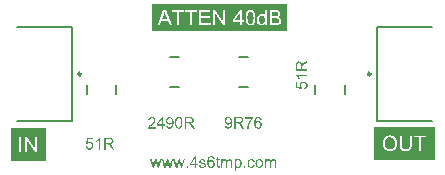
<source format=gbr>
%TF.GenerationSoftware,Altium Limited,Altium Designer,20.0.10 (225)*%
G04 Layer_Color=65535*
%FSLAX26Y26*%
%MOIN*%
%TF.FileFunction,Legend,Top*%
%TF.Part,Single*%
G01*
G75*
%TA.AperFunction,NonConductor*%
%ADD17C,0.009842*%
%ADD18C,0.007874*%
G36*
X3118252Y3126333D02*
X2915292D01*
Y3237585D01*
X3118252D01*
Y3126333D01*
D02*
G37*
G36*
X2374351Y3139173D02*
X2374740D01*
X2375184Y3139117D01*
X2376238Y3138896D01*
X2377403Y3138618D01*
X2378624Y3138174D01*
X2379845Y3137508D01*
X2380456Y3137119D01*
X2381011Y3136675D01*
X2381066Y3136620D01*
X2381122Y3136564D01*
X2381289Y3136398D01*
X2381455Y3136231D01*
X2381733Y3135954D01*
X2381954Y3135621D01*
X2382565Y3134844D01*
X2383175Y3133845D01*
X2383731Y3132624D01*
X2384230Y3131236D01*
X2384563Y3129682D01*
X2379845Y3129294D01*
Y3129349D01*
X2379790Y3129405D01*
X2379735Y3129738D01*
X2379568Y3130238D01*
X2379346Y3130848D01*
X2379124Y3131514D01*
X2378791Y3132180D01*
X2378403Y3132791D01*
X2378014Y3133290D01*
X2377903Y3133401D01*
X2377681Y3133623D01*
X2377293Y3133956D01*
X2376738Y3134345D01*
X2376016Y3134677D01*
X2375239Y3135010D01*
X2374296Y3135233D01*
X2373296Y3135343D01*
X2372908D01*
X2372464Y3135288D01*
X2371965Y3135177D01*
X2371298Y3135010D01*
X2370633Y3134789D01*
X2369966Y3134511D01*
X2369300Y3134067D01*
X2369189Y3134012D01*
X2368912Y3133789D01*
X2368523Y3133401D01*
X2368024Y3132846D01*
X2367469Y3132180D01*
X2366858Y3131403D01*
X2366303Y3130404D01*
X2365749Y3129294D01*
Y3129238D01*
X2365693Y3129128D01*
X2365637Y3128961D01*
X2365526Y3128739D01*
X2365471Y3128406D01*
X2365360Y3128017D01*
X2365249Y3127573D01*
X2365138Y3127019D01*
X2364972Y3126408D01*
X2364860Y3125742D01*
X2364749Y3125021D01*
X2364694Y3124244D01*
X2364583Y3123356D01*
X2364528Y3122468D01*
X2364472Y3121468D01*
Y3120470D01*
X2364528Y3120525D01*
X2364749Y3120858D01*
X2365138Y3121302D01*
X2365637Y3121857D01*
X2366193Y3122523D01*
X2366914Y3123133D01*
X2367691Y3123744D01*
X2368579Y3124299D01*
X2368635D01*
X2368690Y3124354D01*
X2369023Y3124521D01*
X2369523Y3124688D01*
X2370189Y3124965D01*
X2370965Y3125187D01*
X2371854Y3125354D01*
X2372797Y3125520D01*
X2373796Y3125575D01*
X2374240D01*
X2374573Y3125520D01*
X2375017Y3125465D01*
X2375461Y3125409D01*
X2376016Y3125298D01*
X2376571Y3125131D01*
X2377847Y3124743D01*
X2378514Y3124465D01*
X2379180Y3124077D01*
X2379845Y3123689D01*
X2380567Y3123244D01*
X2381233Y3122689D01*
X2381843Y3122079D01*
X2381899Y3122023D01*
X2382010Y3121912D01*
X2382177Y3121746D01*
X2382343Y3121468D01*
X2382620Y3121080D01*
X2382898Y3120691D01*
X2383175Y3120192D01*
X2383508Y3119637D01*
X2383841Y3119026D01*
X2384119Y3118360D01*
X2384396Y3117584D01*
X2384674Y3116807D01*
X2384840Y3115974D01*
X2385007Y3115030D01*
X2385118Y3114087D01*
X2385173Y3113088D01*
Y3113032D01*
Y3112921D01*
Y3112755D01*
Y3112477D01*
X2385118Y3112144D01*
Y3111811D01*
X2384952Y3110923D01*
X2384785Y3109869D01*
X2384508Y3108759D01*
X2384119Y3107538D01*
X2383564Y3106372D01*
Y3106317D01*
X2383508Y3106262D01*
X2383398Y3106095D01*
X2383287Y3105873D01*
X2382954Y3105318D01*
X2382454Y3104597D01*
X2381843Y3103820D01*
X2381122Y3103043D01*
X2380234Y3102265D01*
X2379291Y3101599D01*
X2379235D01*
X2379180Y3101544D01*
X2379013Y3101433D01*
X2378791Y3101378D01*
X2378236Y3101100D01*
X2377515Y3100823D01*
X2376571Y3100490D01*
X2375517Y3100267D01*
X2374351Y3100046D01*
X2373075Y3099990D01*
X2372797D01*
X2372519Y3100046D01*
X2372075D01*
X2371576Y3100101D01*
X2371021Y3100212D01*
X2370355Y3100378D01*
X2369689Y3100545D01*
X2368912Y3100767D01*
X2368135Y3101044D01*
X2367358Y3101378D01*
X2366526Y3101822D01*
X2365749Y3102321D01*
X2364972Y3102876D01*
X2364195Y3103542D01*
X2363473Y3104319D01*
X2363418Y3104374D01*
X2363307Y3104541D01*
X2363140Y3104763D01*
X2362918Y3105151D01*
X2362585Y3105651D01*
X2362307Y3106206D01*
X2361974Y3106927D01*
X2361642Y3107704D01*
X2361253Y3108648D01*
X2360920Y3109702D01*
X2360642Y3110868D01*
X2360365Y3112144D01*
X2360088Y3113588D01*
X2359921Y3115142D01*
X2359810Y3116807D01*
X2359755Y3118582D01*
Y3118638D01*
Y3118693D01*
Y3118860D01*
Y3119082D01*
X2359810Y3119637D01*
Y3120414D01*
X2359865Y3121302D01*
X2359977Y3122356D01*
X2360088Y3123522D01*
X2360254Y3124798D01*
X2360476Y3126075D01*
X2360753Y3127463D01*
X2361086Y3128794D01*
X2361475Y3130126D01*
X2361974Y3131403D01*
X2362530Y3132624D01*
X2363140Y3133789D01*
X2363861Y3134789D01*
X2363917Y3134844D01*
X2364028Y3134955D01*
X2364250Y3135177D01*
X2364528Y3135510D01*
X2364860Y3135843D01*
X2365305Y3136176D01*
X2365860Y3136620D01*
X2366414Y3137008D01*
X2367081Y3137397D01*
X2367802Y3137841D01*
X2368635Y3138174D01*
X2369467Y3138562D01*
X2370410Y3138840D01*
X2371410Y3139062D01*
X2372464Y3139173D01*
X2373574Y3139229D01*
X2374018D01*
X2374351Y3139173D01*
D02*
G37*
G36*
X2464039Y3129072D02*
X2464427Y3129017D01*
X2465260Y3128906D01*
X2466259Y3128684D01*
X2467314Y3128351D01*
X2468368Y3127851D01*
X2469423Y3127241D01*
X2469478D01*
X2469534Y3127130D01*
X2469867Y3126908D01*
X2470366Y3126464D01*
X2470977Y3125909D01*
X2471642Y3125187D01*
X2472309Y3124299D01*
X2472974Y3123245D01*
X2473530Y3122079D01*
Y3122024D01*
X2473585Y3121913D01*
X2473640Y3121746D01*
X2473751Y3121524D01*
X2473863Y3121191D01*
X2473974Y3120803D01*
X2474251Y3119915D01*
X2474528Y3118805D01*
X2474751Y3117584D01*
X2474917Y3116196D01*
X2474972Y3114753D01*
Y3114698D01*
Y3114587D01*
Y3114365D01*
Y3114032D01*
X2474917Y3113643D01*
Y3113199D01*
X2474806Y3112200D01*
X2474584Y3110979D01*
X2474307Y3109703D01*
X2473918Y3108371D01*
X2473419Y3107039D01*
Y3106983D01*
X2473363Y3106872D01*
X2473252Y3106706D01*
X2473141Y3106484D01*
X2472753Y3105873D01*
X2472253Y3105096D01*
X2471642Y3104264D01*
X2470865Y3103431D01*
X2469977Y3102599D01*
X2468923Y3101822D01*
X2468867D01*
X2468812Y3101766D01*
X2468646Y3101655D01*
X2468423Y3101544D01*
X2467869Y3101267D01*
X2467091Y3100934D01*
X2466148Y3100601D01*
X2465149Y3100323D01*
X2463983Y3100101D01*
X2462818Y3100046D01*
X2462430D01*
X2461985Y3100101D01*
X2461430Y3100157D01*
X2460765Y3100268D01*
X2460043Y3100434D01*
X2459322Y3100656D01*
X2458600Y3100989D01*
X2458544Y3101045D01*
X2458267Y3101156D01*
X2457934Y3101378D01*
X2457490Y3101711D01*
X2457046Y3102044D01*
X2456491Y3102488D01*
X2455992Y3102987D01*
X2455548Y3103542D01*
Y3090000D01*
X2450830D01*
Y3128517D01*
X2455104D01*
Y3124854D01*
X2455159Y3124965D01*
X2455381Y3125187D01*
X2455659Y3125575D01*
X2456102Y3126020D01*
X2456602Y3126575D01*
X2457157Y3127074D01*
X2457823Y3127574D01*
X2458489Y3128018D01*
X2458600Y3128073D01*
X2458822Y3128184D01*
X2459266Y3128351D01*
X2459821Y3128573D01*
X2460487Y3128795D01*
X2461264Y3128961D01*
X2462152Y3129072D01*
X2463151Y3129128D01*
X2463762D01*
X2464039Y3129072D01*
D02*
G37*
G36*
X2582143D02*
X2582532D01*
X2582920Y3129017D01*
X2583863Y3128850D01*
X2584863Y3128573D01*
X2585917Y3128129D01*
X2586972Y3127574D01*
X2587860Y3126797D01*
X2587970Y3126686D01*
X2588193Y3126353D01*
X2588581Y3125853D01*
X2588747Y3125465D01*
X2588970Y3125076D01*
X2589191Y3124577D01*
X2589358Y3124077D01*
X2589580Y3123522D01*
X2589747Y3122856D01*
X2589858Y3122190D01*
X2589968Y3121413D01*
X2590079Y3120636D01*
Y3119748D01*
Y3100656D01*
X2585362D01*
Y3118139D01*
Y3118194D01*
Y3118250D01*
Y3118583D01*
Y3119082D01*
X2585307Y3119693D01*
X2585251Y3120359D01*
X2585195Y3121025D01*
X2585084Y3121691D01*
X2584918Y3122190D01*
Y3122246D01*
X2584807Y3122412D01*
X2584696Y3122634D01*
X2584530Y3122912D01*
X2584307Y3123245D01*
X2584030Y3123578D01*
X2583697Y3123911D01*
X2583253Y3124244D01*
X2583198Y3124299D01*
X2583031Y3124355D01*
X2582809Y3124466D01*
X2582421Y3124632D01*
X2582032Y3124799D01*
X2581532Y3124910D01*
X2581033Y3124965D01*
X2580423Y3125021D01*
X2580145D01*
X2579923Y3124965D01*
X2579368Y3124910D01*
X2578702Y3124799D01*
X2577925Y3124521D01*
X2577093Y3124188D01*
X2576260Y3123689D01*
X2575483Y3123023D01*
X2575427Y3122912D01*
X2575206Y3122634D01*
X2574872Y3122190D01*
X2574539Y3121524D01*
X2574151Y3120636D01*
X2573874Y3119582D01*
X2573651Y3118305D01*
X2573541Y3116807D01*
Y3100656D01*
X2568823D01*
Y3118694D01*
Y3118749D01*
Y3118860D01*
Y3118971D01*
Y3119193D01*
X2568767Y3119804D01*
X2568657Y3120470D01*
X2568546Y3121247D01*
X2568323Y3122024D01*
X2568046Y3122745D01*
X2567657Y3123411D01*
X2567602Y3123467D01*
X2567436Y3123689D01*
X2567158Y3123911D01*
X2566769Y3124244D01*
X2566270Y3124521D01*
X2565604Y3124799D01*
X2564827Y3124965D01*
X2563883Y3125021D01*
X2563550D01*
X2563162Y3124965D01*
X2562718Y3124910D01*
X2562163Y3124743D01*
X2561497Y3124577D01*
X2560887Y3124299D01*
X2560220Y3123966D01*
X2560165Y3123911D01*
X2559943Y3123744D01*
X2559666Y3123522D01*
X2559277Y3123189D01*
X2558889Y3122745D01*
X2558500Y3122190D01*
X2558111Y3121580D01*
X2557778Y3120858D01*
X2557723Y3120747D01*
X2557668Y3120470D01*
X2557557Y3120026D01*
X2557390Y3119415D01*
X2557224Y3118583D01*
X2557113Y3117584D01*
X2557057Y3116418D01*
X2557001Y3115086D01*
Y3100656D01*
X2552284D01*
Y3128517D01*
X2556502D01*
Y3124521D01*
X2556557Y3124632D01*
X2556724Y3124854D01*
X2557057Y3125243D01*
X2557445Y3125687D01*
X2557945Y3126242D01*
X2558555Y3126797D01*
X2559222Y3127352D01*
X2559999Y3127851D01*
X2560110Y3127907D01*
X2560387Y3128073D01*
X2560831Y3128240D01*
X2561441Y3128517D01*
X2562163Y3128739D01*
X2562995Y3128906D01*
X2563939Y3129072D01*
X2564938Y3129128D01*
X2565438D01*
X2566048Y3129072D01*
X2566714Y3128961D01*
X2567546Y3128795D01*
X2568379Y3128573D01*
X2569211Y3128240D01*
X2569988Y3127796D01*
X2570099Y3127740D01*
X2570322Y3127574D01*
X2570655Y3127296D01*
X2571099Y3126852D01*
X2571543Y3126353D01*
X2572042Y3125742D01*
X2572486Y3125021D01*
X2572819Y3124188D01*
X2572874Y3124244D01*
X2572985Y3124410D01*
X2573152Y3124632D01*
X2573430Y3124965D01*
X2573762Y3125354D01*
X2574151Y3125742D01*
X2574595Y3126186D01*
X2575150Y3126686D01*
X2575760Y3127130D01*
X2576371Y3127574D01*
X2577093Y3127962D01*
X2577869Y3128351D01*
X2578702Y3128684D01*
X2579590Y3128906D01*
X2580478Y3129072D01*
X2581477Y3129128D01*
X2581865D01*
X2582143Y3129072D01*
D02*
G37*
G36*
X2435901Y3129072D02*
X2436289D01*
X2436677Y3129017D01*
X2437621Y3128850D01*
X2438620Y3128573D01*
X2439675Y3128128D01*
X2440729Y3127573D01*
X2441617Y3126796D01*
X2441728Y3126686D01*
X2441950Y3126352D01*
X2442338Y3125853D01*
X2442505Y3125465D01*
X2442727Y3125076D01*
X2442949Y3124577D01*
X2443115Y3124077D01*
X2443338Y3123522D01*
X2443504Y3122856D01*
X2443615Y3122190D01*
X2443726Y3121413D01*
X2443837Y3120636D01*
Y3119748D01*
Y3100656D01*
X2439119D01*
Y3118139D01*
Y3118194D01*
Y3118249D01*
Y3118582D01*
Y3119082D01*
X2439064Y3119693D01*
X2439008Y3120358D01*
X2438953Y3121024D01*
X2438842Y3121691D01*
X2438675Y3122190D01*
Y3122245D01*
X2438564Y3122412D01*
X2438454Y3122634D01*
X2438287Y3122912D01*
X2438065Y3123244D01*
X2437787Y3123577D01*
X2437454Y3123910D01*
X2437010Y3124244D01*
X2436955Y3124299D01*
X2436789Y3124354D01*
X2436566Y3124465D01*
X2436178Y3124632D01*
X2435789Y3124798D01*
X2435290Y3124910D01*
X2434791Y3124965D01*
X2434180Y3125021D01*
X2433903D01*
X2433680Y3124965D01*
X2433126Y3124910D01*
X2432459Y3124798D01*
X2431682Y3124521D01*
X2430850Y3124188D01*
X2430017Y3123689D01*
X2429240Y3123023D01*
X2429185Y3122912D01*
X2428963Y3122634D01*
X2428630Y3122190D01*
X2428297Y3121524D01*
X2427909Y3120636D01*
X2427631Y3119581D01*
X2427409Y3118305D01*
X2427298Y3116807D01*
Y3100656D01*
X2422581D01*
Y3118693D01*
Y3118749D01*
Y3118860D01*
Y3118971D01*
Y3119193D01*
X2422525Y3119803D01*
X2422414Y3120470D01*
X2422303Y3121247D01*
X2422081Y3122023D01*
X2421803Y3122745D01*
X2421415Y3123411D01*
X2421360Y3123466D01*
X2421193Y3123689D01*
X2420916Y3123910D01*
X2420527Y3124244D01*
X2420028Y3124521D01*
X2419361Y3124798D01*
X2418584Y3124965D01*
X2417641Y3125021D01*
X2417308D01*
X2416919Y3124965D01*
X2416476Y3124910D01*
X2415921Y3124743D01*
X2415255Y3124577D01*
X2414644Y3124299D01*
X2413978Y3123966D01*
X2413923Y3123910D01*
X2413700Y3123744D01*
X2413423Y3123522D01*
X2413035Y3123189D01*
X2412646Y3122745D01*
X2412258Y3122190D01*
X2411869Y3121579D01*
X2411536Y3120858D01*
X2411481Y3120747D01*
X2411425Y3120470D01*
X2411314Y3120026D01*
X2411148Y3119415D01*
X2410981Y3118582D01*
X2410870Y3117584D01*
X2410814Y3116418D01*
X2410759Y3115086D01*
Y3100656D01*
X2406041D01*
Y3128517D01*
X2410260D01*
Y3124521D01*
X2410315Y3124632D01*
X2410481Y3124854D01*
X2410814Y3125242D01*
X2411203Y3125686D01*
X2411702Y3126242D01*
X2412313Y3126796D01*
X2412979Y3127352D01*
X2413756Y3127851D01*
X2413867Y3127907D01*
X2414144Y3128073D01*
X2414588Y3128240D01*
X2415199Y3128517D01*
X2415921Y3128739D01*
X2416753Y3128905D01*
X2417697Y3129072D01*
X2418695Y3129128D01*
X2419195D01*
X2419805Y3129072D01*
X2420472Y3128961D01*
X2421304Y3128794D01*
X2422137Y3128573D01*
X2422969Y3128240D01*
X2423746Y3127796D01*
X2423857Y3127740D01*
X2424079Y3127573D01*
X2424412Y3127296D01*
X2424856Y3126852D01*
X2425300Y3126352D01*
X2425800Y3125742D01*
X2426244Y3125021D01*
X2426577Y3124188D01*
X2426632Y3124244D01*
X2426743Y3124410D01*
X2426910Y3124632D01*
X2427187Y3124965D01*
X2427520Y3125354D01*
X2427909Y3125742D01*
X2428352Y3126186D01*
X2428907Y3126686D01*
X2429518Y3127130D01*
X2430128Y3127573D01*
X2430850Y3127962D01*
X2431627Y3128351D01*
X2432459Y3128684D01*
X2433347Y3128905D01*
X2434235Y3129072D01*
X2435235Y3129128D01*
X2435623D01*
X2435901Y3129072D01*
D02*
G37*
G36*
X2344714D02*
X2345546Y3129017D01*
X2346434Y3128905D01*
X2347378Y3128684D01*
X2348377Y3128461D01*
X2349320Y3128128D01*
X2349376D01*
X2349432Y3128073D01*
X2349709Y3127962D01*
X2350153Y3127740D01*
X2350708Y3127463D01*
X2351318Y3127074D01*
X2351929Y3126630D01*
X2352484Y3126131D01*
X2352983Y3125575D01*
X2353039Y3125520D01*
X2353150Y3125298D01*
X2353372Y3124910D01*
X2353649Y3124465D01*
X2353927Y3123800D01*
X2354204Y3123078D01*
X2354427Y3122245D01*
X2354648Y3121302D01*
X2350042Y3120691D01*
Y3120802D01*
X2349986Y3121024D01*
X2349876Y3121413D01*
X2349709Y3121912D01*
X2349432Y3122412D01*
X2349099Y3122967D01*
X2348710Y3123522D01*
X2348155Y3124021D01*
X2348099Y3124077D01*
X2347878Y3124188D01*
X2347544Y3124410D01*
X2347045Y3124632D01*
X2346490Y3124854D01*
X2345769Y3125076D01*
X2344881Y3125187D01*
X2343937Y3125242D01*
X2343382D01*
X2342827Y3125187D01*
X2342106Y3125131D01*
X2341384Y3124965D01*
X2340607Y3124798D01*
X2339885Y3124521D01*
X2339275Y3124133D01*
X2339220Y3124077D01*
X2339053Y3123966D01*
X2338831Y3123744D01*
X2338609Y3123411D01*
X2338331Y3123078D01*
X2338110Y3122634D01*
X2337943Y3122135D01*
X2337887Y3121635D01*
Y3121579D01*
Y3121468D01*
X2337943Y3121302D01*
Y3121080D01*
X2338110Y3120525D01*
X2338443Y3119970D01*
X2338498Y3119914D01*
X2338553Y3119859D01*
X2338664Y3119693D01*
X2338887Y3119526D01*
X2339108Y3119360D01*
X2339441Y3119137D01*
X2339830Y3118971D01*
X2340274Y3118749D01*
X2340329D01*
X2340441Y3118693D01*
X2340662Y3118638D01*
X2341051Y3118472D01*
X2341606Y3118305D01*
X2342327Y3118139D01*
X2342771Y3117972D01*
X2343271Y3117861D01*
X2343826Y3117695D01*
X2344436Y3117528D01*
X2344492D01*
X2344659Y3117472D01*
X2344936Y3117417D01*
X2345269Y3117306D01*
X2345657Y3117195D01*
X2346157Y3117084D01*
X2347211Y3116751D01*
X2348377Y3116418D01*
X2349543Y3116030D01*
X2350597Y3115641D01*
X2351041Y3115474D01*
X2351430Y3115308D01*
X2351541Y3115253D01*
X2351762Y3115142D01*
X2352095Y3114975D01*
X2352595Y3114698D01*
X2353095Y3114365D01*
X2353594Y3113921D01*
X2354093Y3113421D01*
X2354537Y3112866D01*
X2354593Y3112811D01*
X2354704Y3112588D01*
X2354926Y3112256D01*
X2355148Y3111756D01*
X2355314Y3111146D01*
X2355537Y3110479D01*
X2355648Y3109702D01*
X2355703Y3108814D01*
Y3108704D01*
Y3108426D01*
X2355648Y3107982D01*
X2355537Y3107372D01*
X2355370Y3106706D01*
X2355093Y3105984D01*
X2354760Y3105151D01*
X2354316Y3104374D01*
X2354260Y3104264D01*
X2354038Y3104041D01*
X2353760Y3103653D01*
X2353316Y3103209D01*
X2352706Y3102709D01*
X2352040Y3102155D01*
X2351263Y3101655D01*
X2350320Y3101155D01*
X2350264D01*
X2350209Y3101100D01*
X2349876Y3100989D01*
X2349320Y3100823D01*
X2348599Y3100601D01*
X2347711Y3100378D01*
X2346712Y3100212D01*
X2345657Y3100101D01*
X2344436Y3100046D01*
X2343937D01*
X2343548Y3100101D01*
X2343104D01*
X2342550Y3100157D01*
X2341994Y3100212D01*
X2341384Y3100323D01*
X2340052Y3100601D01*
X2338664Y3100989D01*
X2337332Y3101544D01*
X2336722Y3101877D01*
X2336167Y3102265D01*
X2336111Y3102321D01*
X2336056Y3102376D01*
X2335723Y3102709D01*
X2335224Y3103209D01*
X2334669Y3103986D01*
X2334058Y3104930D01*
X2333448Y3106039D01*
X2332948Y3107427D01*
X2332559Y3108981D01*
X2337222Y3109702D01*
Y3109647D01*
Y3109591D01*
X2337332Y3109258D01*
X2337443Y3108704D01*
X2337666Y3108093D01*
X2337943Y3107427D01*
X2338276Y3106706D01*
X2338776Y3105984D01*
X2339386Y3105374D01*
X2339497Y3105318D01*
X2339719Y3105151D01*
X2340163Y3104930D01*
X2340718Y3104652D01*
X2341439Y3104374D01*
X2342272Y3104153D01*
X2343271Y3103986D01*
X2344436Y3103930D01*
X2344992D01*
X2345546Y3103986D01*
X2346268Y3104097D01*
X2347045Y3104264D01*
X2347878Y3104485D01*
X2348599Y3104763D01*
X2349265Y3105207D01*
X2349320Y3105262D01*
X2349543Y3105429D01*
X2349765Y3105706D01*
X2350097Y3106095D01*
X2350375Y3106539D01*
X2350653Y3107094D01*
X2350819Y3107649D01*
X2350874Y3108315D01*
Y3108370D01*
Y3108593D01*
X2350819Y3108870D01*
X2350708Y3109258D01*
X2350541Y3109647D01*
X2350264Y3110035D01*
X2349931Y3110479D01*
X2349432Y3110812D01*
X2349376Y3110868D01*
X2349209Y3110923D01*
X2348932Y3111090D01*
X2348488Y3111256D01*
X2347822Y3111479D01*
X2347434Y3111645D01*
X2346990Y3111756D01*
X2346490Y3111923D01*
X2345935Y3112089D01*
X2345325Y3112256D01*
X2344603Y3112422D01*
X2344548D01*
X2344381Y3112477D01*
X2344104Y3112533D01*
X2343771Y3112644D01*
X2343327Y3112755D01*
X2342827Y3112921D01*
X2341773Y3113199D01*
X2340552Y3113588D01*
X2339386Y3113921D01*
X2338276Y3114309D01*
X2337776Y3114531D01*
X2337388Y3114698D01*
X2337277Y3114753D01*
X2337055Y3114864D01*
X2336722Y3115086D01*
X2336278Y3115363D01*
X2335778Y3115752D01*
X2335279Y3116196D01*
X2334780Y3116695D01*
X2334336Y3117306D01*
X2334280Y3117361D01*
X2334169Y3117584D01*
X2334003Y3117972D01*
X2333836Y3118416D01*
X2333669Y3118971D01*
X2333503Y3119637D01*
X2333392Y3120303D01*
X2333336Y3121080D01*
Y3121191D01*
Y3121413D01*
X2333392Y3121746D01*
X2333448Y3122245D01*
X2333559Y3122745D01*
X2333669Y3123356D01*
X2333892Y3123910D01*
X2334169Y3124521D01*
X2334224Y3124577D01*
X2334336Y3124798D01*
X2334502Y3125076D01*
X2334780Y3125465D01*
X2335113Y3125853D01*
X2335501Y3126352D01*
X2335945Y3126796D01*
X2336500Y3127185D01*
X2336555Y3127240D01*
X2336722Y3127296D01*
X2336944Y3127463D01*
X2337277Y3127629D01*
X2337721Y3127851D01*
X2338220Y3128073D01*
X2338831Y3128295D01*
X2339497Y3128517D01*
X2339608Y3128573D01*
X2339830Y3128628D01*
X2340218Y3128739D01*
X2340718Y3128850D01*
X2341329Y3128961D01*
X2341994Y3129017D01*
X2342771Y3129128D01*
X2344104D01*
X2344714Y3129072D01*
D02*
G37*
G36*
X2507662Y3129072D02*
X2507995D01*
X2508439Y3129017D01*
X2509494Y3128850D01*
X2510659Y3128573D01*
X2511880Y3128129D01*
X2513101Y3127574D01*
X2514267Y3126797D01*
X2514322D01*
X2514378Y3126686D01*
X2514711Y3126353D01*
X2515210Y3125853D01*
X2515820Y3125132D01*
X2516431Y3124244D01*
X2517041Y3123134D01*
X2517597Y3121857D01*
X2517985Y3120359D01*
X2513378Y3119637D01*
Y3119693D01*
X2513323Y3119748D01*
X2513267Y3120081D01*
X2513101Y3120581D01*
X2512823Y3121191D01*
X2512546Y3121857D01*
X2512102Y3122579D01*
X2511602Y3123245D01*
X2511048Y3123800D01*
X2510992Y3123855D01*
X2510770Y3124022D01*
X2510381Y3124244D01*
X2509938Y3124521D01*
X2509327Y3124799D01*
X2508661Y3125021D01*
X2507884Y3125187D01*
X2507052Y3125243D01*
X2506718D01*
X2506441Y3125187D01*
X2505831Y3125132D01*
X2504998Y3124910D01*
X2504110Y3124632D01*
X2503111Y3124188D01*
X2502168Y3123522D01*
X2501724Y3123134D01*
X2501280Y3122690D01*
Y3122634D01*
X2501169Y3122579D01*
X2501057Y3122412D01*
X2500947Y3122190D01*
X2500780Y3121913D01*
X2500558Y3121580D01*
X2500392Y3121191D01*
X2500169Y3120747D01*
X2499948Y3120192D01*
X2499781Y3119582D01*
X2499559Y3118916D01*
X2499392Y3118194D01*
X2499282Y3117417D01*
X2499171Y3116529D01*
X2499059Y3115586D01*
Y3114587D01*
Y3114531D01*
Y3114365D01*
Y3114032D01*
X2499115Y3113699D01*
Y3113199D01*
X2499171Y3112700D01*
X2499337Y3111479D01*
X2499559Y3110147D01*
X2499948Y3108759D01*
X2500447Y3107538D01*
X2500780Y3106928D01*
X2501169Y3106428D01*
X2501280Y3106317D01*
X2501557Y3106040D01*
X2502057Y3105651D01*
X2502667Y3105207D01*
X2503499Y3104708D01*
X2504443Y3104319D01*
X2505553Y3104042D01*
X2506164Y3103986D01*
X2506774Y3103931D01*
X2506885D01*
X2507218Y3103986D01*
X2507773Y3104042D01*
X2508383Y3104153D01*
X2509105Y3104319D01*
X2509882Y3104652D01*
X2510659Y3105041D01*
X2511381Y3105596D01*
X2511492Y3105651D01*
X2511658Y3105929D01*
X2511991Y3106317D01*
X2512380Y3106928D01*
X2512768Y3107649D01*
X2513212Y3108537D01*
X2513545Y3109647D01*
X2513767Y3110868D01*
X2518429Y3110258D01*
Y3110202D01*
X2518374Y3110036D01*
X2518318Y3109814D01*
X2518262Y3109481D01*
X2518151Y3109037D01*
X2518041Y3108593D01*
X2517652Y3107483D01*
X2517153Y3106317D01*
X2516431Y3105041D01*
X2515543Y3103820D01*
X2515044Y3103265D01*
X2514488Y3102710D01*
X2514433Y3102654D01*
X2514322Y3102599D01*
X2514155Y3102488D01*
X2513934Y3102321D01*
X2513656Y3102099D01*
X2513267Y3101877D01*
X2512823Y3101655D01*
X2512380Y3101378D01*
X2511269Y3100878D01*
X2509938Y3100490D01*
X2508494Y3100157D01*
X2507662Y3100101D01*
X2506829Y3100046D01*
X2506274D01*
X2505886Y3100101D01*
X2505387Y3100157D01*
X2504831Y3100268D01*
X2504221Y3100379D01*
X2503555Y3100490D01*
X2502057Y3100934D01*
X2501335Y3101267D01*
X2500558Y3101600D01*
X2499781Y3102044D01*
X2499059Y3102543D01*
X2498338Y3103098D01*
X2497672Y3103764D01*
X2497617Y3103820D01*
X2497506Y3103931D01*
X2497339Y3104153D01*
X2497117Y3104430D01*
X2496895Y3104819D01*
X2496562Y3105318D01*
X2496285Y3105873D01*
X2495952Y3106484D01*
X2495619Y3107205D01*
X2495341Y3108038D01*
X2495008Y3108870D01*
X2494786Y3109869D01*
X2494564Y3110868D01*
X2494398Y3112034D01*
X2494287Y3113199D01*
X2494231Y3114476D01*
Y3114531D01*
Y3114698D01*
Y3114920D01*
Y3115253D01*
X2494287Y3115641D01*
Y3116085D01*
X2494342Y3116585D01*
X2494398Y3117140D01*
X2494564Y3118361D01*
X2494841Y3119693D01*
X2495175Y3121025D01*
X2495674Y3122357D01*
Y3122412D01*
X2495729Y3122523D01*
X2495840Y3122690D01*
X2495952Y3122912D01*
X2496285Y3123522D01*
X2496784Y3124244D01*
X2497450Y3125076D01*
X2498227Y3125909D01*
X2499171Y3126741D01*
X2500225Y3127407D01*
X2500280D01*
X2500392Y3127463D01*
X2500558Y3127574D01*
X2500780Y3127685D01*
X2501057Y3127796D01*
X2501390Y3127962D01*
X2502223Y3128295D01*
X2503166Y3128573D01*
X2504332Y3128850D01*
X2505553Y3129072D01*
X2506885Y3129128D01*
X2507329D01*
X2507662Y3129072D01*
D02*
G37*
G36*
X2276893Y3100656D02*
X2272064D01*
X2267624Y3117306D01*
X2266515Y3122079D01*
X2260909Y3100656D01*
X2255914D01*
X2247478Y3128517D01*
X2252418D01*
X2256858Y3112422D01*
X2258412Y3106428D01*
Y3106483D01*
X2258467Y3106595D01*
X2258523Y3106872D01*
X2258578Y3107039D01*
X2258633Y3107316D01*
X2258689Y3107649D01*
X2258800Y3108037D01*
X2258911Y3108481D01*
X2259077Y3109037D01*
X2259244Y3109647D01*
X2259410Y3110369D01*
X2259633Y3111201D01*
X2259854Y3112144D01*
X2264294Y3128517D01*
X2269123D01*
X2273285Y3112311D01*
X2274673Y3106983D01*
X2276282Y3112367D01*
X2281055Y3128517D01*
X2285662D01*
X2276893Y3100656D01*
D02*
G37*
G36*
X2238154D02*
X2233325D01*
X2228885Y3117306D01*
X2227776Y3122079D01*
X2222170Y3100656D01*
X2217175D01*
X2208739Y3128517D01*
X2213678D01*
X2218119Y3112422D01*
X2219673Y3106428D01*
Y3106483D01*
X2219728Y3106595D01*
X2219784Y3106872D01*
X2219839Y3107039D01*
X2219894Y3107316D01*
X2219950Y3107649D01*
X2220061Y3108037D01*
X2220172Y3108481D01*
X2220338Y3109037D01*
X2220505Y3109647D01*
X2220671Y3110369D01*
X2220894Y3111201D01*
X2221115Y3112144D01*
X2225555Y3128517D01*
X2230384D01*
X2234546Y3112311D01*
X2235934Y3106983D01*
X2237544Y3112367D01*
X2242316Y3128517D01*
X2246923D01*
X2238154Y3100656D01*
D02*
G37*
G36*
X2199415D02*
X2194586D01*
X2190146Y3117306D01*
X2189037Y3122079D01*
X2183431Y3100656D01*
X2178436D01*
X2170000Y3128517D01*
X2174939D01*
X2179380Y3112422D01*
X2180934Y3106428D01*
Y3106483D01*
X2180989Y3106595D01*
X2181044Y3106872D01*
X2181100Y3107039D01*
X2181155Y3107316D01*
X2181211Y3107649D01*
X2181322Y3108037D01*
X2181433Y3108481D01*
X2181599Y3109037D01*
X2181766Y3109647D01*
X2181932Y3110369D01*
X2182155Y3111201D01*
X2182376Y3112144D01*
X2186816Y3128517D01*
X2191645D01*
X2195807Y3112311D01*
X2197195Y3106983D01*
X2198805Y3112367D01*
X2203577Y3128517D01*
X2208184D01*
X2199415Y3100656D01*
D02*
G37*
G36*
X2487405Y3100656D02*
X2482021D01*
Y3106040D01*
X2487405D01*
Y3100656D01*
D02*
G37*
G36*
X2323069Y3114198D02*
X2328286D01*
Y3109869D01*
X2323069D01*
Y3100656D01*
X2318352D01*
Y3109869D01*
X2301646D01*
Y3114198D01*
X2319240Y3139062D01*
X2323069D01*
Y3114198D01*
D02*
G37*
G36*
X2296374Y3100656D02*
X2290990D01*
Y3106039D01*
X2296374D01*
Y3100656D01*
D02*
G37*
G36*
X2396662Y3128517D02*
X2401435D01*
Y3124854D01*
X2396662D01*
Y3108481D01*
Y3108370D01*
Y3108148D01*
Y3107816D01*
X2396718Y3107427D01*
X2396773Y3106539D01*
X2396829Y3106151D01*
X2396884Y3105873D01*
X2396939Y3105762D01*
X2397106Y3105540D01*
X2397328Y3105262D01*
X2397716Y3104985D01*
X2397827Y3104930D01*
X2398105Y3104818D01*
X2398604Y3104707D01*
X2399326Y3104652D01*
X2399881D01*
X2400159Y3104707D01*
X2400547D01*
X2400991Y3104763D01*
X2401435Y3104818D01*
X2402046Y3100656D01*
X2401934D01*
X2401713Y3100601D01*
X2401324Y3100545D01*
X2400825Y3100490D01*
X2400269Y3100378D01*
X2399659Y3100323D01*
X2398438Y3100267D01*
X2397994D01*
X2397550Y3100323D01*
X2396995Y3100378D01*
X2396329Y3100434D01*
X2395663Y3100601D01*
X2395052Y3100767D01*
X2394442Y3101044D01*
X2394387Y3101100D01*
X2394220Y3101211D01*
X2393998Y3101378D01*
X2393665Y3101655D01*
X2393387Y3101932D01*
X2393055Y3102321D01*
X2392722Y3102709D01*
X2392499Y3103209D01*
Y3103265D01*
X2392389Y3103486D01*
X2392333Y3103875D01*
X2392222Y3104430D01*
X2392111Y3105151D01*
X2392055Y3105595D01*
Y3106095D01*
X2392000Y3106706D01*
X2391945Y3107316D01*
Y3107982D01*
Y3108759D01*
Y3124854D01*
X2388448D01*
Y3128517D01*
X2391945D01*
Y3135399D01*
X2396662Y3138229D01*
Y3128517D01*
D02*
G37*
G36*
X2534691Y3129072D02*
X2535190Y3129017D01*
X2535745Y3128906D01*
X2536356Y3128795D01*
X2537077Y3128684D01*
X2538575Y3128184D01*
X2539352Y3127907D01*
X2540130Y3127518D01*
X2540907Y3127130D01*
X2541684Y3126575D01*
X2542405Y3126020D01*
X2543126Y3125354D01*
X2543182Y3125298D01*
X2543293Y3125187D01*
X2543459Y3124965D01*
X2543682Y3124688D01*
X2543959Y3124299D01*
X2544292Y3123800D01*
X2544625Y3123245D01*
X2544958Y3122634D01*
X2545291Y3121968D01*
X2545624Y3121136D01*
X2545957Y3120303D01*
X2546235Y3119360D01*
X2546456Y3118361D01*
X2546623Y3117306D01*
X2546734Y3116196D01*
X2546789Y3114975D01*
Y3114920D01*
Y3114753D01*
Y3114476D01*
Y3114087D01*
X2546734Y3113643D01*
X2546678Y3113088D01*
Y3112533D01*
X2546568Y3111923D01*
X2546401Y3110535D01*
X2546068Y3109148D01*
X2545680Y3107760D01*
X2545124Y3106484D01*
Y3106428D01*
X2545069Y3106373D01*
X2544958Y3106206D01*
X2544847Y3105984D01*
X2544459Y3105429D01*
X2543959Y3104763D01*
X2543293Y3103986D01*
X2542461Y3103209D01*
X2541517Y3102432D01*
X2540407Y3101711D01*
X2540352D01*
X2540296Y3101655D01*
X2540130Y3101544D01*
X2539852Y3101433D01*
X2539575Y3101322D01*
X2539242Y3101211D01*
X2538409Y3100878D01*
X2537465Y3100601D01*
X2536300Y3100323D01*
X2535079Y3100101D01*
X2533747Y3100046D01*
X2533192D01*
X2532748Y3100101D01*
X2532249Y3100157D01*
X2531693Y3100268D01*
X2531028Y3100379D01*
X2530361Y3100490D01*
X2528863Y3100934D01*
X2528030Y3101267D01*
X2527253Y3101600D01*
X2526477Y3102044D01*
X2525700Y3102543D01*
X2524978Y3103098D01*
X2524256Y3103764D01*
X2524201Y3103820D01*
X2524090Y3103931D01*
X2523923Y3104153D01*
X2523702Y3104486D01*
X2523424Y3104874D01*
X2523146Y3105318D01*
X2522814Y3105873D01*
X2522481Y3106539D01*
X2522148Y3107261D01*
X2521814Y3108093D01*
X2521537Y3108981D01*
X2521260Y3109925D01*
X2521037Y3110979D01*
X2520871Y3112089D01*
X2520760Y3113310D01*
X2520704Y3114587D01*
Y3114698D01*
Y3114920D01*
X2520760Y3115308D01*
Y3115863D01*
X2520816Y3116474D01*
X2520927Y3117251D01*
X2521037Y3118028D01*
X2521260Y3118916D01*
X2521481Y3119804D01*
X2521759Y3120747D01*
X2522092Y3121746D01*
X2522536Y3122690D01*
X2522980Y3123578D01*
X2523590Y3124466D01*
X2524201Y3125298D01*
X2524978Y3126020D01*
X2525034Y3126075D01*
X2525144Y3126131D01*
X2525367Y3126297D01*
X2525644Y3126519D01*
X2525977Y3126741D01*
X2526421Y3127019D01*
X2526865Y3127296D01*
X2527420Y3127574D01*
X2528030Y3127851D01*
X2528697Y3128129D01*
X2530195Y3128628D01*
X2531916Y3129017D01*
X2532803Y3129072D01*
X2533747Y3129128D01*
X2534302D01*
X2534691Y3129072D01*
D02*
G37*
G36*
X2626109Y3645910D02*
Y3555000D01*
X2175000D01*
Y3645910D01*
X2626109D01*
D02*
G37*
G36*
X2693953Y3451403D02*
X2685961Y3446352D01*
X2685906D01*
X2685795Y3446242D01*
X2685628Y3446131D01*
X2685406Y3445964D01*
X2684796Y3445575D01*
X2684019Y3445076D01*
X2683186Y3444465D01*
X2682298Y3443855D01*
X2681466Y3443244D01*
X2680689Y3442689D01*
X2680633Y3442634D01*
X2680411Y3442468D01*
X2680078Y3442190D01*
X2679690Y3441802D01*
X2678857Y3440969D01*
X2678469Y3440525D01*
X2678136Y3440081D01*
X2678080Y3440026D01*
X2678025Y3439914D01*
X2677914Y3439693D01*
X2677747Y3439360D01*
X2677581Y3439026D01*
X2677414Y3438638D01*
X2677137Y3437750D01*
Y3437695D01*
X2677081Y3437584D01*
Y3437361D01*
X2677026Y3437084D01*
X2676970Y3436695D01*
Y3436251D01*
X2676915Y3435641D01*
Y3429092D01*
X2693953D01*
Y3423986D01*
X2655547D01*
Y3441802D01*
X2655603Y3442245D01*
Y3442745D01*
X2655658Y3443910D01*
X2655825Y3445131D01*
X2655991Y3446463D01*
X2656269Y3447684D01*
X2656435Y3448295D01*
X2656602Y3448794D01*
Y3448850D01*
X2656657Y3448905D01*
X2656824Y3449238D01*
X2657046Y3449738D01*
X2657434Y3450349D01*
X2657934Y3451015D01*
X2658600Y3451736D01*
X2659377Y3452402D01*
X2660265Y3453068D01*
X2660320D01*
X2660376Y3453124D01*
X2660709Y3453345D01*
X2661264Y3453568D01*
X2661985Y3453901D01*
X2662818Y3454178D01*
X2663817Y3454456D01*
X2664871Y3454622D01*
X2666037Y3454677D01*
X2666092D01*
X2666203D01*
X2666425D01*
X2666703Y3454622D01*
X2667091D01*
X2667480Y3454566D01*
X2668423Y3454345D01*
X2669533Y3454012D01*
X2670699Y3453568D01*
X2671864Y3452901D01*
X2672419Y3452457D01*
X2672974Y3452014D01*
X2673030Y3451958D01*
X2673085Y3451903D01*
X2673252Y3451736D01*
X2673418Y3451514D01*
X2673640Y3451236D01*
X2673862Y3450903D01*
X2674140Y3450459D01*
X2674473Y3450015D01*
X2674750Y3449461D01*
X2675028Y3448850D01*
X2675361Y3448184D01*
X2675638Y3447463D01*
X2675860Y3446630D01*
X2676138Y3445798D01*
X2676304Y3444854D01*
X2676471Y3443855D01*
X2676526Y3443966D01*
X2676637Y3444188D01*
X2676859Y3444521D01*
X2677081Y3444965D01*
X2677692Y3445964D01*
X2678080Y3446463D01*
X2678413Y3446907D01*
X2678524Y3447019D01*
X2678802Y3447296D01*
X2679246Y3447740D01*
X2679801Y3448295D01*
X2680578Y3448905D01*
X2681410Y3449627D01*
X2682409Y3450349D01*
X2683519Y3451126D01*
X2693953Y3457730D01*
Y3451403D01*
D02*
G37*
G36*
Y3405171D02*
X2663928D01*
X2663983Y3405116D01*
X2664205Y3404838D01*
X2664538Y3404506D01*
X2664927Y3403950D01*
X2665426Y3403340D01*
X2665981Y3402563D01*
X2666592Y3401675D01*
X2667202Y3400676D01*
Y3400620D01*
X2667258Y3400565D01*
X2667480Y3400232D01*
X2667757Y3399677D01*
X2668090Y3399011D01*
X2668479Y3398234D01*
X2668867Y3397401D01*
X2669256Y3396569D01*
X2669589Y3395736D01*
X2665038D01*
Y3395792D01*
X2664927Y3395903D01*
X2664871Y3396125D01*
X2664705Y3396403D01*
X2664538Y3396735D01*
X2664316Y3397124D01*
X2663761Y3398068D01*
X2663151Y3399177D01*
X2662374Y3400287D01*
X2661486Y3401453D01*
X2660542Y3402619D01*
X2660487Y3402674D01*
X2660431Y3402729D01*
X2660265Y3402896D01*
X2660098Y3403118D01*
X2659543Y3403617D01*
X2658877Y3404284D01*
X2658100Y3404950D01*
X2657212Y3405671D01*
X2656324Y3406282D01*
X2655381Y3406836D01*
Y3409889D01*
X2693953D01*
Y3405171D01*
D02*
G37*
G36*
X2681854Y3387689D02*
X2682298Y3387633D01*
X2682798Y3387578D01*
X2683408Y3387467D01*
X2684019Y3387356D01*
X2685462Y3387023D01*
X2686960Y3386468D01*
X2687737Y3386135D01*
X2688459Y3385691D01*
X2689236Y3385247D01*
X2689957Y3384692D01*
X2690013Y3384637D01*
X2690179Y3384526D01*
X2690401Y3384303D01*
X2690679Y3384026D01*
X2691012Y3383637D01*
X2691456Y3383193D01*
X2691844Y3382639D01*
X2692288Y3382028D01*
X2692732Y3381362D01*
X2693121Y3380585D01*
X2693509Y3379753D01*
X2693898Y3378865D01*
X2694175Y3377921D01*
X2694397Y3376867D01*
X2694564Y3375756D01*
X2694619Y3374591D01*
Y3374091D01*
X2694564Y3373703D01*
X2694508Y3373259D01*
X2694453Y3372760D01*
X2694397Y3372149D01*
X2694231Y3371539D01*
X2693898Y3370151D01*
X2693398Y3368764D01*
X2693065Y3368042D01*
X2692677Y3367320D01*
X2692233Y3366655D01*
X2691733Y3365988D01*
X2691678Y3365933D01*
X2691622Y3365822D01*
X2691400Y3365711D01*
X2691178Y3365489D01*
X2690901Y3365211D01*
X2690568Y3364934D01*
X2690124Y3364601D01*
X2689624Y3364323D01*
X2689125Y3363990D01*
X2688514Y3363657D01*
X2687182Y3363047D01*
X2685628Y3362548D01*
X2684796Y3362381D01*
X2683908Y3362270D01*
X2683519Y3367209D01*
X2683575D01*
X2683686D01*
X2683852Y3367265D01*
X2684130Y3367320D01*
X2684740Y3367487D01*
X2685573Y3367709D01*
X2686405Y3368042D01*
X2687349Y3368486D01*
X2688181Y3369041D01*
X2688958Y3369707D01*
X2689014Y3369818D01*
X2689236Y3370040D01*
X2689513Y3370484D01*
X2689846Y3371095D01*
X2690179Y3371760D01*
X2690457Y3372593D01*
X2690679Y3373537D01*
X2690734Y3374591D01*
Y3374924D01*
X2690679Y3375146D01*
X2690623Y3375812D01*
X2690401Y3376589D01*
X2690124Y3377532D01*
X2689680Y3378476D01*
X2689014Y3379475D01*
X2688625Y3379919D01*
X2688181Y3380363D01*
X2688126Y3380419D01*
X2688070Y3380474D01*
X2687904Y3380585D01*
X2687737Y3380751D01*
X2687127Y3381140D01*
X2686350Y3381584D01*
X2685406Y3381972D01*
X2684241Y3382361D01*
X2682853Y3382639D01*
X2682132Y3382749D01*
X2681355D01*
X2681299D01*
X2681188D01*
X2680966D01*
X2680689Y3382694D01*
X2680356D01*
X2679967Y3382639D01*
X2679079Y3382472D01*
X2678025Y3382195D01*
X2676970Y3381806D01*
X2675971Y3381251D01*
X2675028Y3380474D01*
X2674972D01*
X2674917Y3380363D01*
X2674639Y3380086D01*
X2674251Y3379586D01*
X2673807Y3378920D01*
X2673418Y3378032D01*
X2673030Y3377033D01*
X2672752Y3375867D01*
X2672641Y3375202D01*
Y3374147D01*
X2672697Y3373703D01*
X2672752Y3373148D01*
X2672919Y3372482D01*
X2673085Y3371816D01*
X2673363Y3371095D01*
X2673696Y3370373D01*
X2673751Y3370318D01*
X2673862Y3370095D01*
X2674140Y3369762D01*
X2674417Y3369318D01*
X2674806Y3368874D01*
X2675305Y3368430D01*
X2675805Y3367931D01*
X2676415Y3367543D01*
X2675805Y3363102D01*
X2656047Y3366821D01*
Y3385913D01*
X2660542D01*
Y3370539D01*
X2670921Y3368486D01*
X2670865Y3368541D01*
X2670810Y3368653D01*
X2670699Y3368819D01*
X2670532Y3369097D01*
X2670366Y3369430D01*
X2670144Y3369818D01*
X2669700Y3370706D01*
X2669256Y3371816D01*
X2668867Y3373037D01*
X2668590Y3374369D01*
X2668479Y3375035D01*
Y3376256D01*
X2668534Y3376589D01*
X2668590Y3377033D01*
X2668645Y3377532D01*
X2668756Y3378088D01*
X2668923Y3378698D01*
X2669311Y3380030D01*
X2669589Y3380751D01*
X2669977Y3381473D01*
X2670366Y3382195D01*
X2670810Y3382916D01*
X2671365Y3383582D01*
X2671975Y3384248D01*
X2672031Y3384303D01*
X2672142Y3384414D01*
X2672308Y3384581D01*
X2672586Y3384803D01*
X2672974Y3385081D01*
X2673363Y3385358D01*
X2673862Y3385691D01*
X2674417Y3386024D01*
X2675028Y3386302D01*
X2675694Y3386635D01*
X2676471Y3386912D01*
X2677248Y3387189D01*
X2678080Y3387412D01*
X2679024Y3387578D01*
X2679967Y3387689D01*
X2680966Y3387744D01*
X2681022D01*
X2681188D01*
X2681466D01*
X2681854Y3387689D01*
D02*
G37*
G36*
X1978787Y3194458D02*
X1963414D01*
X1961360Y3184079D01*
X1961416Y3184135D01*
X1961526Y3184190D01*
X1961693Y3184301D01*
X1961970Y3184468D01*
X1962303Y3184634D01*
X1962692Y3184856D01*
X1963580Y3185300D01*
X1964690Y3185744D01*
X1965911Y3186133D01*
X1967243Y3186410D01*
X1967909Y3186521D01*
X1969130D01*
X1969463Y3186466D01*
X1969907Y3186410D01*
X1970407Y3186355D01*
X1970961Y3186244D01*
X1971572Y3186077D01*
X1972904Y3185689D01*
X1973626Y3185411D01*
X1974347Y3185023D01*
X1975069Y3184634D01*
X1975790Y3184190D01*
X1976456Y3183635D01*
X1977122Y3183025D01*
X1977178Y3182969D01*
X1977289Y3182858D01*
X1977455Y3182692D01*
X1977677Y3182414D01*
X1977955Y3182026D01*
X1978232Y3181637D01*
X1978565Y3181138D01*
X1978898Y3180583D01*
X1979176Y3179972D01*
X1979508Y3179306D01*
X1979786Y3178529D01*
X1980063Y3177752D01*
X1980285Y3176920D01*
X1980452Y3175976D01*
X1980563Y3175033D01*
X1980619Y3174034D01*
Y3173978D01*
Y3173812D01*
Y3173534D01*
X1980563Y3173146D01*
X1980507Y3172702D01*
X1980452Y3172202D01*
X1980341Y3171592D01*
X1980230Y3170981D01*
X1979897Y3169538D01*
X1979342Y3168040D01*
X1979009Y3167263D01*
X1978565Y3166541D01*
X1978121Y3165764D01*
X1977566Y3165043D01*
X1977511Y3164987D01*
X1977399Y3164821D01*
X1977178Y3164599D01*
X1976900Y3164321D01*
X1976512Y3163988D01*
X1976068Y3163544D01*
X1975513Y3163156D01*
X1974902Y3162712D01*
X1974236Y3162268D01*
X1973459Y3161879D01*
X1972627Y3161491D01*
X1971738Y3161102D01*
X1970795Y3160825D01*
X1969741Y3160603D01*
X1968630Y3160436D01*
X1967465Y3160381D01*
X1966966D01*
X1966577Y3160436D01*
X1966133Y3160492D01*
X1965633Y3160547D01*
X1965023Y3160603D01*
X1964412Y3160769D01*
X1963025Y3161102D01*
X1961638Y3161602D01*
X1960916Y3161935D01*
X1960195Y3162323D01*
X1959528Y3162767D01*
X1958862Y3163267D01*
X1958807Y3163322D01*
X1958696Y3163378D01*
X1958585Y3163600D01*
X1958363Y3163822D01*
X1958085Y3164099D01*
X1957808Y3164432D01*
X1957475Y3164876D01*
X1957197Y3165376D01*
X1956864Y3165875D01*
X1956532Y3166486D01*
X1955921Y3167818D01*
X1955421Y3169372D01*
X1955255Y3170204D01*
X1955144Y3171092D01*
X1960083Y3171481D01*
Y3171425D01*
Y3171314D01*
X1960139Y3171148D01*
X1960195Y3170870D01*
X1960361Y3170260D01*
X1960583Y3169427D01*
X1960916Y3168595D01*
X1961360Y3167651D01*
X1961915Y3166819D01*
X1962581Y3166042D01*
X1962692Y3165986D01*
X1962914Y3165764D01*
X1963358Y3165487D01*
X1963968Y3165154D01*
X1964634Y3164821D01*
X1965467Y3164543D01*
X1966410Y3164321D01*
X1967465Y3164266D01*
X1967798D01*
X1968020Y3164321D01*
X1968686Y3164377D01*
X1969463Y3164599D01*
X1970407Y3164876D01*
X1971350Y3165320D01*
X1972349Y3165986D01*
X1972793Y3166375D01*
X1973237Y3166819D01*
X1973293Y3166874D01*
X1973348Y3166930D01*
X1973459Y3167096D01*
X1973626Y3167263D01*
X1974014Y3167873D01*
X1974458Y3168650D01*
X1974847Y3169594D01*
X1975235Y3170759D01*
X1975513Y3172147D01*
X1975623Y3172868D01*
Y3173645D01*
Y3173701D01*
Y3173812D01*
Y3174034D01*
X1975568Y3174311D01*
Y3174644D01*
X1975513Y3175033D01*
X1975346Y3175921D01*
X1975069Y3176975D01*
X1974680Y3178030D01*
X1974125Y3179029D01*
X1973348Y3179972D01*
Y3180028D01*
X1973237Y3180083D01*
X1972959Y3180361D01*
X1972460Y3180749D01*
X1971794Y3181193D01*
X1970906Y3181582D01*
X1969907Y3181970D01*
X1968742Y3182248D01*
X1968075Y3182359D01*
X1967021D01*
X1966577Y3182303D01*
X1966022Y3182248D01*
X1965356Y3182081D01*
X1964690Y3181915D01*
X1963968Y3181637D01*
X1963247Y3181304D01*
X1963191Y3181249D01*
X1962969Y3181138D01*
X1962637Y3180860D01*
X1962193Y3180583D01*
X1961748Y3180194D01*
X1961304Y3179695D01*
X1960805Y3179195D01*
X1960417Y3178585D01*
X1955976Y3179195D01*
X1959695Y3198953D01*
X1978787D01*
Y3194458D01*
D02*
G37*
G36*
X2035120Y3199397D02*
X2035619D01*
X2036784Y3199342D01*
X2038005Y3199175D01*
X2039338Y3199009D01*
X2040559Y3198731D01*
X2041169Y3198565D01*
X2041668Y3198398D01*
X2041724D01*
X2041780Y3198343D01*
X2042112Y3198176D01*
X2042612Y3197954D01*
X2043223Y3197566D01*
X2043889Y3197066D01*
X2044610Y3196400D01*
X2045276Y3195623D01*
X2045942Y3194735D01*
Y3194680D01*
X2045997Y3194624D01*
X2046219Y3194291D01*
X2046441Y3193736D01*
X2046774Y3193015D01*
X2047052Y3192182D01*
X2047330Y3191183D01*
X2047496Y3190129D01*
X2047552Y3188963D01*
Y3188908D01*
Y3188797D01*
Y3188575D01*
X2047496Y3188297D01*
Y3187909D01*
X2047440Y3187520D01*
X2047218Y3186577D01*
X2046886Y3185467D01*
X2046441Y3184301D01*
X2045775Y3183136D01*
X2045332Y3182581D01*
X2044888Y3182026D01*
X2044832Y3181970D01*
X2044776Y3181915D01*
X2044610Y3181748D01*
X2044388Y3181582D01*
X2044111Y3181360D01*
X2043777Y3181138D01*
X2043333Y3180860D01*
X2042889Y3180527D01*
X2042334Y3180250D01*
X2041724Y3179972D01*
X2041058Y3179639D01*
X2040336Y3179362D01*
X2039504Y3179140D01*
X2038671Y3178862D01*
X2037728Y3178696D01*
X2036729Y3178529D01*
X2036840Y3178474D01*
X2037062Y3178363D01*
X2037395Y3178141D01*
X2037839Y3177919D01*
X2038838Y3177308D01*
X2039338Y3176920D01*
X2039782Y3176587D01*
X2039892Y3176476D01*
X2040170Y3176198D01*
X2040614Y3175754D01*
X2041169Y3175199D01*
X2041780Y3174422D01*
X2042501Y3173590D01*
X2043223Y3172591D01*
X2043999Y3171481D01*
X2050604Y3161047D01*
X2044277D01*
X2039226Y3169039D01*
Y3169094D01*
X2039116Y3169205D01*
X2039005Y3169372D01*
X2038838Y3169594D01*
X2038449Y3170204D01*
X2037950Y3170981D01*
X2037340Y3171814D01*
X2036729Y3172702D01*
X2036119Y3173534D01*
X2035563Y3174311D01*
X2035508Y3174367D01*
X2035341Y3174589D01*
X2035064Y3174922D01*
X2034676Y3175310D01*
X2033843Y3176143D01*
X2033399Y3176531D01*
X2032955Y3176864D01*
X2032899Y3176920D01*
X2032789Y3176975D01*
X2032566Y3177086D01*
X2032234Y3177253D01*
X2031900Y3177419D01*
X2031512Y3177586D01*
X2030624Y3177863D01*
X2030569D01*
X2030457Y3177919D01*
X2030236D01*
X2029958Y3177974D01*
X2029570Y3178030D01*
X2029126D01*
X2028515Y3178085D01*
X2021966D01*
Y3161047D01*
X2016860D01*
Y3199453D01*
X2034676D01*
X2035120Y3199397D01*
D02*
G37*
G36*
X2002763Y3161047D02*
X1998045D01*
Y3191072D01*
X1997990Y3191017D01*
X1997713Y3190795D01*
X1997380Y3190462D01*
X1996824Y3190073D01*
X1996214Y3189574D01*
X1995437Y3189019D01*
X1994549Y3188408D01*
X1993550Y3187798D01*
X1993495D01*
X1993439Y3187742D01*
X1993106Y3187520D01*
X1992551Y3187243D01*
X1991885Y3186910D01*
X1991108Y3186521D01*
X1990275Y3186133D01*
X1989443Y3185744D01*
X1988611Y3185411D01*
Y3189962D01*
X1988666D01*
X1988777Y3190073D01*
X1988999Y3190129D01*
X1989276Y3190295D01*
X1989610Y3190462D01*
X1989998Y3190684D01*
X1990941Y3191239D01*
X1992052Y3191849D01*
X1993161Y3192626D01*
X1994327Y3193514D01*
X1995493Y3194458D01*
X1995548Y3194513D01*
X1995603Y3194569D01*
X1995770Y3194735D01*
X1995992Y3194902D01*
X1996492Y3195457D01*
X1997158Y3196123D01*
X1997823Y3196900D01*
X1998545Y3197788D01*
X1999156Y3198676D01*
X1999710Y3199619D01*
X2002763D01*
Y3161047D01*
D02*
G37*
G36*
X2531005Y3269564D02*
X2531393D01*
X2531837Y3269508D01*
X2532892Y3269286D01*
X2534057Y3269009D01*
X2535278Y3268565D01*
X2536499Y3267899D01*
X2537110Y3267510D01*
X2537664Y3267066D01*
X2537720Y3267011D01*
X2537776Y3266955D01*
X2537942Y3266789D01*
X2538108Y3266622D01*
X2538386Y3266345D01*
X2538608Y3266012D01*
X2539218Y3265235D01*
X2539829Y3264236D01*
X2540384Y3263015D01*
X2540883Y3261627D01*
X2541216Y3260073D01*
X2536499Y3259685D01*
Y3259740D01*
X2536443Y3259796D01*
X2536388Y3260129D01*
X2536222Y3260628D01*
X2535999Y3261239D01*
X2535778Y3261905D01*
X2535445Y3262571D01*
X2535056Y3263181D01*
X2534668Y3263681D01*
X2534557Y3263792D01*
X2534334Y3264014D01*
X2533946Y3264347D01*
X2533391Y3264735D01*
X2532669Y3265068D01*
X2531892Y3265401D01*
X2530949Y3265623D01*
X2529950Y3265734D01*
X2529561D01*
X2529117Y3265679D01*
X2528618Y3265568D01*
X2527952Y3265401D01*
X2527286Y3265179D01*
X2526620Y3264902D01*
X2525954Y3264458D01*
X2525843Y3264402D01*
X2525566Y3264180D01*
X2525177Y3263792D01*
X2524677Y3263237D01*
X2524122Y3262571D01*
X2523512Y3261794D01*
X2522957Y3260795D01*
X2522402Y3259685D01*
Y3259629D01*
X2522347Y3259518D01*
X2522291Y3259352D01*
X2522180Y3259130D01*
X2522124Y3258797D01*
X2522014Y3258408D01*
X2521903Y3257964D01*
X2521791Y3257409D01*
X2521625Y3256799D01*
X2521514Y3256133D01*
X2521403Y3255411D01*
X2521347Y3254634D01*
X2521236Y3253746D01*
X2521181Y3252858D01*
X2521126Y3251859D01*
Y3250860D01*
X2521181Y3250916D01*
X2521403Y3251249D01*
X2521791Y3251693D01*
X2522291Y3252248D01*
X2522846Y3252914D01*
X2523568Y3253524D01*
X2524345Y3254135D01*
X2525233Y3254690D01*
X2525288D01*
X2525343Y3254745D01*
X2525677Y3254912D01*
X2526176Y3255078D01*
X2526842Y3255356D01*
X2527619Y3255578D01*
X2528507Y3255744D01*
X2529450Y3255911D01*
X2530450Y3255966D01*
X2530894D01*
X2531227Y3255911D01*
X2531671Y3255855D01*
X2532115Y3255800D01*
X2532669Y3255689D01*
X2533224Y3255522D01*
X2534501Y3255134D01*
X2535167Y3254856D01*
X2535833Y3254468D01*
X2536499Y3254079D01*
X2537220Y3253635D01*
X2537887Y3253080D01*
X2538497Y3252470D01*
X2538552Y3252414D01*
X2538664Y3252303D01*
X2538830Y3252137D01*
X2538997Y3251859D01*
X2539274Y3251471D01*
X2539552Y3251082D01*
X2539829Y3250583D01*
X2540162Y3250028D01*
X2540495Y3249417D01*
X2540773Y3248751D01*
X2541050Y3247974D01*
X2541327Y3247197D01*
X2541494Y3246365D01*
X2541660Y3245421D01*
X2541771Y3244478D01*
X2541827Y3243479D01*
Y3243423D01*
Y3243312D01*
Y3243146D01*
Y3242868D01*
X2541771Y3242535D01*
Y3242202D01*
X2541605Y3241314D01*
X2541439Y3240260D01*
X2541161Y3239150D01*
X2540773Y3237929D01*
X2540218Y3236763D01*
Y3236708D01*
X2540162Y3236652D01*
X2540051Y3236486D01*
X2539940Y3236264D01*
X2539607Y3235709D01*
X2539108Y3234987D01*
X2538497Y3234210D01*
X2537776Y3233433D01*
X2536887Y3232656D01*
X2535944Y3231990D01*
X2535889D01*
X2535833Y3231935D01*
X2535666Y3231824D01*
X2535445Y3231768D01*
X2534890Y3231491D01*
X2534168Y3231213D01*
X2533224Y3230880D01*
X2532170Y3230658D01*
X2531005Y3230436D01*
X2529728Y3230381D01*
X2529450D01*
X2529173Y3230436D01*
X2528729D01*
X2528229Y3230492D01*
X2527675Y3230603D01*
X2527008Y3230769D01*
X2526343Y3230936D01*
X2525566Y3231158D01*
X2524789Y3231435D01*
X2524012Y3231768D01*
X2523179Y3232212D01*
X2522402Y3232712D01*
X2521625Y3233267D01*
X2520848Y3233933D01*
X2520126Y3234710D01*
X2520071Y3234765D01*
X2519960Y3234932D01*
X2519794Y3235154D01*
X2519572Y3235542D01*
X2519238Y3236042D01*
X2518961Y3236597D01*
X2518628Y3237318D01*
X2518295Y3238095D01*
X2517907Y3239039D01*
X2517573Y3240093D01*
X2517296Y3241259D01*
X2517019Y3242535D01*
X2516741Y3243978D01*
X2516575Y3245532D01*
X2516463Y3247197D01*
X2516408Y3248973D01*
Y3249029D01*
Y3249084D01*
Y3249251D01*
Y3249473D01*
X2516463Y3250028D01*
Y3250805D01*
X2516519Y3251693D01*
X2516630Y3252747D01*
X2516741Y3253913D01*
X2516907Y3255189D01*
X2517130Y3256466D01*
X2517407Y3257853D01*
X2517740Y3259185D01*
X2518128Y3260517D01*
X2518628Y3261794D01*
X2519183Y3263015D01*
X2519794Y3264180D01*
X2520515Y3265179D01*
X2520570Y3265235D01*
X2520682Y3265346D01*
X2520903Y3265568D01*
X2521181Y3265901D01*
X2521514Y3266234D01*
X2521958Y3266567D01*
X2522513Y3267011D01*
X2523068Y3267399D01*
X2523734Y3267788D01*
X2524456Y3268232D01*
X2525288Y3268565D01*
X2526120Y3268953D01*
X2527064Y3269231D01*
X2528063Y3269453D01*
X2529117Y3269564D01*
X2530227Y3269619D01*
X2530671D01*
X2531005Y3269564D01*
D02*
G37*
G36*
X2430883D02*
X2431160D01*
X2431548Y3269508D01*
X2432492Y3269342D01*
X2433546Y3269120D01*
X2434712Y3268731D01*
X2435878Y3268232D01*
X2437043Y3267566D01*
X2437099D01*
X2437154Y3267455D01*
X2437320Y3267344D01*
X2437543Y3267177D01*
X2438097Y3266733D01*
X2438819Y3266123D01*
X2439541Y3265290D01*
X2440373Y3264291D01*
X2441095Y3263126D01*
X2441760Y3261794D01*
Y3261738D01*
X2441816Y3261627D01*
X2441927Y3261405D01*
X2442038Y3261128D01*
X2442149Y3260739D01*
X2442316Y3260240D01*
X2442427Y3259685D01*
X2442593Y3259074D01*
X2442760Y3258353D01*
X2442926Y3257520D01*
X2443037Y3256632D01*
X2443148Y3255689D01*
X2443259Y3254634D01*
X2443370Y3253524D01*
X2443425Y3252303D01*
Y3251027D01*
Y3250971D01*
Y3250694D01*
Y3250305D01*
Y3249806D01*
X2443370Y3249195D01*
Y3248474D01*
X2443314Y3247641D01*
X2443204Y3246809D01*
X2443037Y3244922D01*
X2442760Y3242924D01*
X2442371Y3241037D01*
X2442093Y3240093D01*
X2441816Y3239261D01*
Y3239205D01*
X2441760Y3239094D01*
X2441649Y3238872D01*
X2441539Y3238539D01*
X2441372Y3238206D01*
X2441150Y3237762D01*
X2440595Y3236819D01*
X2439929Y3235764D01*
X2439152Y3234654D01*
X2438153Y3233600D01*
X2437043Y3232656D01*
X2436988D01*
X2436876Y3232545D01*
X2436710Y3232434D01*
X2436488Y3232323D01*
X2436155Y3232157D01*
X2435822Y3231935D01*
X2435378Y3231713D01*
X2434934Y3231546D01*
X2433880Y3231102D01*
X2432603Y3230714D01*
X2431215Y3230492D01*
X2429662Y3230381D01*
X2429218D01*
X2428940Y3230436D01*
X2428552D01*
X2428108Y3230492D01*
X2427053Y3230714D01*
X2425887Y3230991D01*
X2424666Y3231435D01*
X2423445Y3232046D01*
X2422835Y3232434D01*
X2422280Y3232878D01*
X2422224Y3232934D01*
X2422169Y3232989D01*
X2422003Y3233156D01*
X2421836Y3233322D01*
X2421614Y3233600D01*
X2421336Y3233933D01*
X2420782Y3234710D01*
X2420227Y3235709D01*
X2419671Y3236930D01*
X2419227Y3238317D01*
X2418894Y3239927D01*
X2423445Y3240315D01*
Y3240260D01*
X2423501Y3240149D01*
Y3240038D01*
X2423557Y3239816D01*
X2423723Y3239205D01*
X2423945Y3238539D01*
X2424222Y3237762D01*
X2424611Y3236985D01*
X2425055Y3236264D01*
X2425610Y3235653D01*
X2425666Y3235598D01*
X2425887Y3235431D01*
X2426276Y3235209D01*
X2426720Y3234987D01*
X2427331Y3234710D01*
X2428052Y3234488D01*
X2428885Y3234321D01*
X2429773Y3234266D01*
X2430161D01*
X2430550Y3234321D01*
X2431049Y3234377D01*
X2431660Y3234488D01*
X2432270Y3234654D01*
X2432936Y3234876D01*
X2433546Y3235209D01*
X2433602Y3235265D01*
X2433824Y3235376D01*
X2434157Y3235598D01*
X2434490Y3235931D01*
X2434934Y3236319D01*
X2435378Y3236763D01*
X2435822Y3237263D01*
X2436266Y3237873D01*
X2436322Y3237929D01*
X2436432Y3238206D01*
X2436655Y3238595D01*
X2436876Y3239094D01*
X2437154Y3239760D01*
X2437432Y3240537D01*
X2437709Y3241425D01*
X2437986Y3242424D01*
Y3242480D01*
X2438042Y3242535D01*
Y3242702D01*
X2438097Y3242924D01*
X2438209Y3243479D01*
X2438375Y3244200D01*
X2438486Y3245088D01*
X2438597Y3246032D01*
X2438653Y3247086D01*
X2438708Y3248196D01*
Y3248252D01*
Y3248418D01*
Y3248696D01*
Y3249140D01*
X2438653Y3249029D01*
X2438430Y3248751D01*
X2438097Y3248363D01*
X2437709Y3247808D01*
X2437154Y3247253D01*
X2436488Y3246642D01*
X2435711Y3246032D01*
X2434823Y3245477D01*
X2434712Y3245421D01*
X2434379Y3245255D01*
X2433880Y3245033D01*
X2433269Y3244811D01*
X2432436Y3244533D01*
X2431548Y3244311D01*
X2430550Y3244145D01*
X2429495Y3244089D01*
X2429051D01*
X2428718Y3244145D01*
X2428274Y3244200D01*
X2427830Y3244256D01*
X2427275Y3244367D01*
X2426720Y3244533D01*
X2425443Y3244922D01*
X2424778Y3245199D01*
X2424111Y3245532D01*
X2423390Y3245921D01*
X2422724Y3246420D01*
X2422058Y3246920D01*
X2421448Y3247530D01*
X2421392Y3247586D01*
X2421281Y3247697D01*
X2421170Y3247863D01*
X2420948Y3248141D01*
X2420671Y3248529D01*
X2420393Y3248918D01*
X2420115Y3249417D01*
X2419838Y3249972D01*
X2419505Y3250583D01*
X2419227Y3251249D01*
X2418950Y3252026D01*
X2418673Y3252803D01*
X2418450Y3253691D01*
X2418340Y3254634D01*
X2418229Y3255578D01*
X2418173Y3256632D01*
Y3256688D01*
Y3256910D01*
Y3257187D01*
X2418229Y3257576D01*
X2418284Y3258075D01*
X2418340Y3258686D01*
X2418450Y3259296D01*
X2418617Y3260018D01*
X2419006Y3261461D01*
X2419283Y3262238D01*
X2419616Y3263070D01*
X2420005Y3263847D01*
X2420504Y3264569D01*
X2421003Y3265346D01*
X2421614Y3266012D01*
X2421669Y3266067D01*
X2421780Y3266178D01*
X2421947Y3266345D01*
X2422224Y3266567D01*
X2422557Y3266844D01*
X2423001Y3267177D01*
X2423445Y3267455D01*
X2424001Y3267843D01*
X2424555Y3268176D01*
X2425222Y3268454D01*
X2426720Y3269064D01*
X2427497Y3269286D01*
X2428385Y3269453D01*
X2429273Y3269564D01*
X2430216Y3269619D01*
X2430605D01*
X2430883Y3269564D01*
D02*
G37*
G36*
X2511968Y3265235D02*
X2511912Y3265179D01*
X2511802Y3265068D01*
X2511579Y3264846D01*
X2511358Y3264513D01*
X2511024Y3264125D01*
X2510581Y3263681D01*
X2510137Y3263126D01*
X2509637Y3262460D01*
X2509137Y3261794D01*
X2508527Y3261017D01*
X2507916Y3260129D01*
X2507306Y3259241D01*
X2506640Y3258242D01*
X2505974Y3257187D01*
X2505308Y3256022D01*
X2504642Y3254856D01*
X2504586Y3254801D01*
X2504476Y3254579D01*
X2504309Y3254246D01*
X2504032Y3253746D01*
X2503754Y3253136D01*
X2503421Y3252470D01*
X2503032Y3251693D01*
X2502644Y3250805D01*
X2502200Y3249806D01*
X2501700Y3248807D01*
X2501256Y3247697D01*
X2500812Y3246531D01*
X2499925Y3244145D01*
X2499092Y3241592D01*
Y3241536D01*
X2499037Y3241370D01*
X2498981Y3241092D01*
X2498870Y3240759D01*
X2498759Y3240315D01*
X2498648Y3239760D01*
X2498481Y3239150D01*
X2498370Y3238484D01*
X2498204Y3237707D01*
X2498037Y3236874D01*
X2497760Y3235098D01*
X2497483Y3233156D01*
X2497316Y3231047D01*
X2492488D01*
Y3231102D01*
Y3231269D01*
Y3231491D01*
X2492543Y3231824D01*
Y3232268D01*
X2492599Y3232823D01*
X2492654Y3233433D01*
X2492709Y3234099D01*
X2492820Y3234876D01*
X2492932Y3235653D01*
X2493098Y3236597D01*
X2493265Y3237540D01*
X2493431Y3238539D01*
X2493653Y3239649D01*
X2494208Y3241925D01*
Y3241980D01*
X2494264Y3242202D01*
X2494374Y3242535D01*
X2494541Y3243035D01*
X2494707Y3243590D01*
X2494930Y3244256D01*
X2495151Y3245033D01*
X2495485Y3245865D01*
X2495818Y3246809D01*
X2496151Y3247752D01*
X2496983Y3249861D01*
X2497982Y3252081D01*
X2499092Y3254301D01*
X2499148Y3254357D01*
X2499258Y3254579D01*
X2499425Y3254856D01*
X2499647Y3255300D01*
X2499925Y3255800D01*
X2500313Y3256410D01*
X2500702Y3257076D01*
X2501146Y3257798D01*
X2502200Y3259407D01*
X2503310Y3261072D01*
X2504586Y3262793D01*
X2505919Y3264402D01*
X2487104D01*
Y3268953D01*
X2511968D01*
Y3265235D01*
D02*
G37*
G36*
X2468289Y3269397D02*
X2468789D01*
X2469954Y3269342D01*
X2471175Y3269175D01*
X2472508Y3269009D01*
X2473729Y3268731D01*
X2474339Y3268565D01*
X2474838Y3268398D01*
X2474894D01*
X2474950Y3268343D01*
X2475282Y3268176D01*
X2475782Y3267954D01*
X2476392Y3267566D01*
X2477059Y3267066D01*
X2477780Y3266400D01*
X2478446Y3265623D01*
X2479112Y3264735D01*
Y3264680D01*
X2479168Y3264624D01*
X2479390Y3264291D01*
X2479611Y3263736D01*
X2479945Y3263015D01*
X2480222Y3262182D01*
X2480499Y3261183D01*
X2480666Y3260129D01*
X2480722Y3258963D01*
Y3258908D01*
Y3258797D01*
Y3258575D01*
X2480666Y3258297D01*
Y3257909D01*
X2480610Y3257520D01*
X2480389Y3256577D01*
X2480055Y3255467D01*
X2479611Y3254301D01*
X2478945Y3253136D01*
X2478501Y3252581D01*
X2478057Y3252026D01*
X2478002Y3251970D01*
X2477947Y3251915D01*
X2477780Y3251748D01*
X2477558Y3251582D01*
X2477280Y3251360D01*
X2476948Y3251138D01*
X2476503Y3250860D01*
X2476059Y3250527D01*
X2475505Y3250250D01*
X2474894Y3249972D01*
X2474228Y3249639D01*
X2473506Y3249362D01*
X2472674Y3249140D01*
X2471841Y3248862D01*
X2470898Y3248696D01*
X2469899Y3248529D01*
X2470010Y3248474D01*
X2470232Y3248363D01*
X2470565Y3248141D01*
X2471009Y3247919D01*
X2472008Y3247308D01*
X2472508Y3246920D01*
X2472952Y3246587D01*
X2473062Y3246476D01*
X2473340Y3246198D01*
X2473784Y3245754D01*
X2474339Y3245199D01*
X2474950Y3244422D01*
X2475671Y3243590D01*
X2476392Y3242591D01*
X2477169Y3241481D01*
X2483774Y3231047D01*
X2477447D01*
X2472396Y3239039D01*
Y3239094D01*
X2472285Y3239205D01*
X2472175Y3239372D01*
X2472008Y3239594D01*
X2471619Y3240204D01*
X2471120Y3240981D01*
X2470510Y3241814D01*
X2469899Y3242702D01*
X2469289Y3243534D01*
X2468733Y3244311D01*
X2468678Y3244367D01*
X2468512Y3244589D01*
X2468234Y3244922D01*
X2467845Y3245310D01*
X2467013Y3246143D01*
X2466569Y3246531D01*
X2466125Y3246864D01*
X2466070Y3246920D01*
X2465959Y3246975D01*
X2465736Y3247086D01*
X2465403Y3247253D01*
X2465070Y3247419D01*
X2464682Y3247586D01*
X2463794Y3247863D01*
X2463738D01*
X2463628Y3247919D01*
X2463405D01*
X2463128Y3247974D01*
X2462740Y3248030D01*
X2462296D01*
X2461685Y3248085D01*
X2455136D01*
Y3231047D01*
X2450030D01*
Y3269453D01*
X2467845D01*
X2468289Y3269397D01*
D02*
G37*
G36*
X2235171Y3269564D02*
X2235449D01*
X2235838Y3269508D01*
X2236781Y3269342D01*
X2237836Y3269120D01*
X2239001Y3268731D01*
X2240166Y3268232D01*
X2241332Y3267566D01*
X2241387D01*
X2241443Y3267455D01*
X2241610Y3267344D01*
X2241831Y3267177D01*
X2242387Y3266733D01*
X2243108Y3266123D01*
X2243829Y3265290D01*
X2244662Y3264291D01*
X2245383Y3263126D01*
X2246050Y3261794D01*
Y3261738D01*
X2246105Y3261627D01*
X2246216Y3261405D01*
X2246327Y3261128D01*
X2246438Y3260739D01*
X2246604Y3260240D01*
X2246715Y3259685D01*
X2246882Y3259074D01*
X2247048Y3258353D01*
X2247215Y3257520D01*
X2247326Y3256632D01*
X2247437Y3255689D01*
X2247548Y3254634D01*
X2247659Y3253524D01*
X2247715Y3252303D01*
Y3251027D01*
Y3250971D01*
Y3250694D01*
Y3250305D01*
Y3249806D01*
X2247659Y3249195D01*
Y3248474D01*
X2247604Y3247641D01*
X2247492Y3246809D01*
X2247326Y3244922D01*
X2247048Y3242924D01*
X2246660Y3241037D01*
X2246383Y3240093D01*
X2246105Y3239261D01*
Y3239205D01*
X2246050Y3239094D01*
X2245939Y3238872D01*
X2245827Y3238539D01*
X2245661Y3238206D01*
X2245439Y3237762D01*
X2244884Y3236819D01*
X2244218Y3235764D01*
X2243441Y3234654D01*
X2242442Y3233600D01*
X2241332Y3232656D01*
X2241276D01*
X2241166Y3232545D01*
X2240999Y3232434D01*
X2240777Y3232323D01*
X2240444Y3232157D01*
X2240111Y3231935D01*
X2239667Y3231713D01*
X2239223Y3231546D01*
X2238169Y3231102D01*
X2236892Y3230714D01*
X2235505Y3230492D01*
X2233950Y3230381D01*
X2233506D01*
X2233229Y3230436D01*
X2232840D01*
X2232396Y3230492D01*
X2231342Y3230714D01*
X2230177Y3230991D01*
X2228956Y3231435D01*
X2227735Y3232046D01*
X2227124Y3232434D01*
X2226569Y3232878D01*
X2226514Y3232934D01*
X2226458Y3232989D01*
X2226291Y3233156D01*
X2226125Y3233322D01*
X2225903Y3233600D01*
X2225626Y3233933D01*
X2225070Y3234710D01*
X2224515Y3235709D01*
X2223961Y3236930D01*
X2223517Y3238317D01*
X2223184Y3239927D01*
X2227735Y3240315D01*
Y3240260D01*
X2227790Y3240149D01*
Y3240038D01*
X2227845Y3239816D01*
X2228012Y3239205D01*
X2228234Y3238539D01*
X2228512Y3237762D01*
X2228900Y3236985D01*
X2229344Y3236264D01*
X2229899Y3235653D01*
X2229954Y3235598D01*
X2230177Y3235431D01*
X2230565Y3235209D01*
X2231009Y3234987D01*
X2231619Y3234710D01*
X2232341Y3234488D01*
X2233173Y3234321D01*
X2234061Y3234266D01*
X2234450D01*
X2234838Y3234321D01*
X2235338Y3234377D01*
X2235948Y3234488D01*
X2236559Y3234654D01*
X2237225Y3234876D01*
X2237836Y3235209D01*
X2237891Y3235265D01*
X2238113Y3235376D01*
X2238446Y3235598D01*
X2238779Y3235931D01*
X2239223Y3236319D01*
X2239667Y3236763D01*
X2240111Y3237263D01*
X2240555Y3237873D01*
X2240610Y3237929D01*
X2240722Y3238206D01*
X2240943Y3238595D01*
X2241166Y3239094D01*
X2241443Y3239760D01*
X2241720Y3240537D01*
X2241998Y3241425D01*
X2242276Y3242424D01*
Y3242480D01*
X2242331Y3242535D01*
Y3242702D01*
X2242387Y3242924D01*
X2242497Y3243479D01*
X2242664Y3244200D01*
X2242775Y3245088D01*
X2242886Y3246032D01*
X2242941Y3247086D01*
X2242997Y3248196D01*
Y3248252D01*
Y3248418D01*
Y3248696D01*
Y3249140D01*
X2242941Y3249029D01*
X2242720Y3248751D01*
X2242387Y3248363D01*
X2241998Y3247808D01*
X2241443Y3247253D01*
X2240777Y3246642D01*
X2240000Y3246032D01*
X2239112Y3245477D01*
X2239001Y3245421D01*
X2238668Y3245255D01*
X2238169Y3245033D01*
X2237558Y3244811D01*
X2236726Y3244533D01*
X2235838Y3244311D01*
X2234838Y3244145D01*
X2233784Y3244089D01*
X2233340D01*
X2233007Y3244145D01*
X2232563Y3244200D01*
X2232119Y3244256D01*
X2231564Y3244367D01*
X2231009Y3244533D01*
X2229733Y3244922D01*
X2229066Y3245199D01*
X2228401Y3245532D01*
X2227679Y3245921D01*
X2227013Y3246420D01*
X2226347Y3246920D01*
X2225736Y3247530D01*
X2225681Y3247586D01*
X2225570Y3247697D01*
X2225459Y3247863D01*
X2225237Y3248141D01*
X2224959Y3248529D01*
X2224682Y3248918D01*
X2224405Y3249417D01*
X2224127Y3249972D01*
X2223794Y3250583D01*
X2223517Y3251249D01*
X2223239Y3252026D01*
X2222961Y3252803D01*
X2222740Y3253691D01*
X2222628Y3254634D01*
X2222517Y3255578D01*
X2222462Y3256632D01*
Y3256688D01*
Y3256910D01*
Y3257187D01*
X2222517Y3257576D01*
X2222573Y3258075D01*
X2222628Y3258686D01*
X2222740Y3259296D01*
X2222906Y3260018D01*
X2223294Y3261461D01*
X2223572Y3262238D01*
X2223905Y3263070D01*
X2224294Y3263847D01*
X2224793Y3264569D01*
X2225293Y3265346D01*
X2225903Y3266012D01*
X2225959Y3266067D01*
X2226070Y3266178D01*
X2226236Y3266345D01*
X2226514Y3266567D01*
X2226847Y3266844D01*
X2227291Y3267177D01*
X2227735Y3267455D01*
X2228289Y3267843D01*
X2228845Y3268176D01*
X2229510Y3268454D01*
X2231009Y3269064D01*
X2231786Y3269286D01*
X2232674Y3269453D01*
X2233562Y3269564D01*
X2234506Y3269619D01*
X2234894D01*
X2235171Y3269564D01*
D02*
G37*
G36*
X2302438Y3269397D02*
X2302937D01*
X2304102Y3269342D01*
X2305323Y3269175D01*
X2306655Y3269009D01*
X2307876Y3268731D01*
X2308487Y3268565D01*
X2308986Y3268398D01*
X2309042D01*
X2309097Y3268343D01*
X2309430Y3268176D01*
X2309930Y3267954D01*
X2310541Y3267566D01*
X2311206Y3267066D01*
X2311928Y3266400D01*
X2312594Y3265623D01*
X2313260Y3264735D01*
Y3264680D01*
X2313316Y3264624D01*
X2313537Y3264291D01*
X2313760Y3263736D01*
X2314093Y3263015D01*
X2314370Y3262182D01*
X2314648Y3261183D01*
X2314814Y3260129D01*
X2314869Y3258963D01*
Y3258908D01*
Y3258797D01*
Y3258575D01*
X2314814Y3258297D01*
Y3257909D01*
X2314758Y3257520D01*
X2314537Y3256577D01*
X2314204Y3255467D01*
X2313760Y3254301D01*
X2313093Y3253136D01*
X2312649Y3252581D01*
X2312206Y3252026D01*
X2312150Y3251970D01*
X2312095Y3251915D01*
X2311928Y3251748D01*
X2311706Y3251582D01*
X2311428Y3251360D01*
X2311095Y3251138D01*
X2310651Y3250860D01*
X2310207Y3250527D01*
X2309653Y3250250D01*
X2309042Y3249972D01*
X2308376Y3249639D01*
X2307655Y3249362D01*
X2306822Y3249140D01*
X2305990Y3248862D01*
X2305046Y3248696D01*
X2304047Y3248529D01*
X2304158Y3248474D01*
X2304380Y3248363D01*
X2304713Y3248141D01*
X2305157Y3247919D01*
X2306156Y3247308D01*
X2306655Y3246920D01*
X2307099Y3246587D01*
X2307211Y3246476D01*
X2307488Y3246198D01*
X2307932Y3245754D01*
X2308487Y3245199D01*
X2309097Y3244422D01*
X2309819Y3243590D01*
X2310541Y3242591D01*
X2311318Y3241481D01*
X2317922Y3231047D01*
X2311595D01*
X2306544Y3239039D01*
Y3239094D01*
X2306434Y3239205D01*
X2306323Y3239372D01*
X2306156Y3239594D01*
X2305767Y3240204D01*
X2305268Y3240981D01*
X2304657Y3241814D01*
X2304047Y3242702D01*
X2303436Y3243534D01*
X2302881Y3244311D01*
X2302826Y3244367D01*
X2302660Y3244589D01*
X2302382Y3244922D01*
X2301994Y3245310D01*
X2301161Y3246143D01*
X2300717Y3246531D01*
X2300273Y3246864D01*
X2300218Y3246920D01*
X2300106Y3246975D01*
X2299885Y3247086D01*
X2299552Y3247253D01*
X2299218Y3247419D01*
X2298830Y3247586D01*
X2297942Y3247863D01*
X2297887D01*
X2297776Y3247919D01*
X2297553D01*
X2297276Y3247974D01*
X2296887Y3248030D01*
X2296443D01*
X2295833Y3248085D01*
X2289284D01*
Y3231047D01*
X2284178D01*
Y3269453D01*
X2301994D01*
X2302438Y3269397D01*
D02*
G37*
G36*
X2212416Y3244589D02*
X2217633D01*
Y3240260D01*
X2212416D01*
Y3231047D01*
X2207699D01*
Y3240260D01*
X2190994D01*
Y3244589D01*
X2208587Y3269453D01*
X2212416D01*
Y3244589D01*
D02*
G37*
G36*
X2176397Y3269564D02*
X2176841Y3269508D01*
X2177396Y3269453D01*
X2178006Y3269342D01*
X2178617Y3269231D01*
X2180060Y3268842D01*
X2181503Y3268287D01*
X2182224Y3267954D01*
X2182946Y3267566D01*
X2183612Y3267066D01*
X2184222Y3266511D01*
X2184278Y3266456D01*
X2184389Y3266400D01*
X2184500Y3266178D01*
X2184722Y3265956D01*
X2184999Y3265679D01*
X2185277Y3265290D01*
X2185555Y3264902D01*
X2185887Y3264402D01*
X2186443Y3263348D01*
X2186997Y3262016D01*
X2187220Y3261350D01*
X2187331Y3260573D01*
X2187441Y3259796D01*
X2187497Y3258963D01*
Y3258852D01*
Y3258575D01*
X2187441Y3258131D01*
X2187386Y3257520D01*
X2187275Y3256854D01*
X2187053Y3256077D01*
X2186831Y3255245D01*
X2186498Y3254412D01*
X2186443Y3254301D01*
X2186331Y3254024D01*
X2186110Y3253580D01*
X2185776Y3252969D01*
X2185332Y3252303D01*
X2184778Y3251471D01*
X2184111Y3250638D01*
X2183334Y3249695D01*
X2183224Y3249584D01*
X2182946Y3249251D01*
X2182669Y3248973D01*
X2182391Y3248696D01*
X2182058Y3248363D01*
X2181614Y3247919D01*
X2181170Y3247475D01*
X2180615Y3246975D01*
X2180060Y3246420D01*
X2179394Y3245810D01*
X2178673Y3245199D01*
X2177896Y3244478D01*
X2177008Y3243756D01*
X2176119Y3242979D01*
X2176064Y3242924D01*
X2175953Y3242813D01*
X2175731Y3242646D01*
X2175454Y3242424D01*
X2175120Y3242091D01*
X2174732Y3241758D01*
X2173844Y3241037D01*
X2172901Y3240204D01*
X2172012Y3239372D01*
X2171235Y3238650D01*
X2170903Y3238373D01*
X2170625Y3238095D01*
X2170570Y3238040D01*
X2170403Y3237873D01*
X2170181Y3237651D01*
X2169903Y3237318D01*
X2169626Y3236930D01*
X2169293Y3236541D01*
X2168627Y3235598D01*
X2187552D01*
Y3231047D01*
X2162078D01*
Y3231102D01*
Y3231324D01*
Y3231657D01*
X2162133Y3232101D01*
X2162189Y3232601D01*
X2162300Y3233156D01*
X2162411Y3233711D01*
X2162633Y3234321D01*
Y3234377D01*
X2162689Y3234432D01*
X2162800Y3234765D01*
X2163021Y3235265D01*
X2163354Y3235931D01*
X2163798Y3236708D01*
X2164354Y3237596D01*
X2164964Y3238484D01*
X2165741Y3239427D01*
Y3239483D01*
X2165852Y3239538D01*
X2166130Y3239871D01*
X2166629Y3240371D01*
X2167351Y3241092D01*
X2168183Y3241925D01*
X2169238Y3242924D01*
X2170514Y3244034D01*
X2171901Y3245199D01*
X2171957Y3245255D01*
X2172179Y3245421D01*
X2172512Y3245699D01*
X2172901Y3246032D01*
X2173400Y3246476D01*
X2174010Y3246975D01*
X2174621Y3247530D01*
X2175343Y3248141D01*
X2176730Y3249473D01*
X2178117Y3250805D01*
X2178784Y3251471D01*
X2179394Y3252137D01*
X2179949Y3252747D01*
X2180393Y3253358D01*
Y3253413D01*
X2180504Y3253469D01*
X2180615Y3253635D01*
X2180726Y3253857D01*
X2181115Y3254468D01*
X2181559Y3255189D01*
X2181947Y3256077D01*
X2182336Y3257021D01*
X2182557Y3258075D01*
X2182669Y3259074D01*
Y3259130D01*
Y3259185D01*
X2182613Y3259518D01*
X2182557Y3260073D01*
X2182391Y3260684D01*
X2182169Y3261461D01*
X2181780Y3262238D01*
X2181281Y3263015D01*
X2180615Y3263792D01*
X2180504Y3263903D01*
X2180227Y3264125D01*
X2179838Y3264402D01*
X2179227Y3264791D01*
X2178450Y3265124D01*
X2177562Y3265457D01*
X2176508Y3265679D01*
X2175343Y3265734D01*
X2175010D01*
X2174787Y3265679D01*
X2174122Y3265623D01*
X2173345Y3265457D01*
X2172512Y3265235D01*
X2171568Y3264846D01*
X2170680Y3264347D01*
X2169848Y3263681D01*
X2169737Y3263570D01*
X2169515Y3263292D01*
X2169182Y3262848D01*
X2168849Y3262182D01*
X2168461Y3261405D01*
X2168128Y3260406D01*
X2167905Y3259296D01*
X2167794Y3258020D01*
X2162966Y3258519D01*
Y3258575D01*
X2163021Y3258741D01*
Y3259019D01*
X2163077Y3259407D01*
X2163188Y3259851D01*
X2163299Y3260351D01*
X2163465Y3260961D01*
X2163632Y3261572D01*
X2164076Y3262904D01*
X2164742Y3264236D01*
X2165131Y3264902D01*
X2165630Y3265568D01*
X2166130Y3266178D01*
X2166684Y3266733D01*
X2166740Y3266789D01*
X2166851Y3266844D01*
X2167017Y3267011D01*
X2167295Y3267177D01*
X2167628Y3267399D01*
X2168017Y3267621D01*
X2168461Y3267899D01*
X2169015Y3268176D01*
X2169626Y3268454D01*
X2170292Y3268731D01*
X2171014Y3268953D01*
X2171791Y3269175D01*
X2172623Y3269342D01*
X2173511Y3269508D01*
X2174454Y3269564D01*
X2175454Y3269619D01*
X2176008D01*
X2176397Y3269564D01*
D02*
G37*
G36*
X2265974D02*
X2266695Y3269453D01*
X2267528Y3269286D01*
X2268416Y3269064D01*
X2269360Y3268787D01*
X2270247Y3268343D01*
X2270303D01*
X2270358Y3268287D01*
X2270636Y3268121D01*
X2271080Y3267843D01*
X2271635Y3267455D01*
X2272245Y3266900D01*
X2272912Y3266289D01*
X2273522Y3265568D01*
X2274133Y3264735D01*
X2274188Y3264624D01*
X2274410Y3264347D01*
X2274632Y3263847D01*
X2275021Y3263126D01*
X2275354Y3262293D01*
X2275798Y3261350D01*
X2276186Y3260240D01*
X2276519Y3259019D01*
Y3258963D01*
X2276575Y3258852D01*
X2276630Y3258686D01*
X2276686Y3258408D01*
X2276741Y3258075D01*
X2276796Y3257687D01*
X2276907Y3257187D01*
X2276963Y3256632D01*
X2277074Y3256022D01*
X2277130Y3255356D01*
X2277185Y3254579D01*
X2277296Y3253802D01*
X2277352Y3252914D01*
Y3252026D01*
X2277407Y3251027D01*
Y3249972D01*
Y3249917D01*
Y3249695D01*
Y3249306D01*
Y3248862D01*
X2277352Y3248252D01*
Y3247586D01*
X2277296Y3246864D01*
X2277240Y3246087D01*
X2277074Y3244311D01*
X2276796Y3242480D01*
X2276463Y3240704D01*
X2276242Y3239871D01*
X2275964Y3239039D01*
Y3238983D01*
X2275909Y3238872D01*
X2275798Y3238650D01*
X2275686Y3238373D01*
X2275575Y3237984D01*
X2275354Y3237596D01*
X2274910Y3236652D01*
X2274354Y3235653D01*
X2273633Y3234543D01*
X2272800Y3233544D01*
X2271802Y3232601D01*
X2271746D01*
X2271691Y3232490D01*
X2271524Y3232379D01*
X2271302Y3232268D01*
X2271024Y3232101D01*
X2270747Y3231879D01*
X2269914Y3231491D01*
X2268916Y3231102D01*
X2267750Y3230714D01*
X2266363Y3230492D01*
X2264864Y3230381D01*
X2264309D01*
X2263921Y3230436D01*
X2263477Y3230492D01*
X2262921Y3230603D01*
X2262311Y3230714D01*
X2261645Y3230880D01*
X2260979Y3231102D01*
X2260258Y3231324D01*
X2259536Y3231657D01*
X2258814Y3232046D01*
X2258093Y3232490D01*
X2257372Y3233045D01*
X2256706Y3233655D01*
X2256095Y3234321D01*
X2256039Y3234377D01*
X2255928Y3234543D01*
X2255762Y3234821D01*
X2255485Y3235265D01*
X2255207Y3235764D01*
X2254930Y3236430D01*
X2254541Y3237207D01*
X2254208Y3238095D01*
X2253875Y3239094D01*
X2253542Y3240260D01*
X2253209Y3241536D01*
X2252932Y3242979D01*
X2252654Y3244533D01*
X2252488Y3246198D01*
X2252376Y3248030D01*
X2252321Y3249972D01*
Y3250028D01*
Y3250250D01*
Y3250638D01*
Y3251082D01*
X2252376Y3251693D01*
Y3252359D01*
X2252432Y3253080D01*
X2252488Y3253913D01*
X2252654Y3255633D01*
X2252932Y3257465D01*
X2253265Y3259296D01*
X2253486Y3260129D01*
X2253709Y3260961D01*
Y3261017D01*
X2253764Y3261128D01*
X2253875Y3261350D01*
X2253986Y3261627D01*
X2254097Y3262016D01*
X2254319Y3262404D01*
X2254763Y3263348D01*
X2255318Y3264347D01*
X2256039Y3265401D01*
X2256872Y3266456D01*
X2257871Y3267344D01*
X2257927D01*
X2257982Y3267455D01*
X2258148Y3267566D01*
X2258370Y3267677D01*
X2258648Y3267899D01*
X2258981Y3268065D01*
X2259814Y3268509D01*
X2260812Y3268898D01*
X2261978Y3269286D01*
X2263365Y3269508D01*
X2264864Y3269619D01*
X2265363D01*
X2265974Y3269564D01*
D02*
G37*
G36*
X1821746Y3122820D02*
X1704517D01*
Y3232322D01*
X1821746D01*
Y3122820D01*
D02*
G37*
%LPC*%
G36*
X3041412Y3207183D02*
X3034705D01*
Y3178023D01*
Y3176346D01*
X3034559Y3174742D01*
X3034414Y3173357D01*
X3034195Y3172045D01*
X3033976Y3170878D01*
X3033684Y3169785D01*
X3033466Y3168837D01*
X3033174Y3168035D01*
X3032883Y3167379D01*
X3032591Y3166723D01*
X3032299Y3166286D01*
X3032081Y3165848D01*
X3031862Y3165557D01*
X3031716Y3165338D01*
X3031643Y3165265D01*
X3031570Y3165192D01*
X3030914Y3164609D01*
X3030185Y3164099D01*
X3028581Y3163297D01*
X3026905Y3162714D01*
X3025155Y3162349D01*
X3023551Y3162057D01*
X3022895Y3161985D01*
X3022239D01*
X3021802Y3161912D01*
X3021073D01*
X3019542Y3161985D01*
X3018157Y3162203D01*
X3016845Y3162422D01*
X3015824Y3162787D01*
X3014949Y3163078D01*
X3014293Y3163297D01*
X3013929Y3163515D01*
X3013783Y3163588D01*
X3012762Y3164244D01*
X3011887Y3165046D01*
X3011158Y3165848D01*
X3010648Y3166577D01*
X3010211Y3167306D01*
X3009846Y3167817D01*
X3009700Y3168181D01*
X3009628Y3168327D01*
X3009409Y3168983D01*
X3009263Y3169639D01*
X3008971Y3171170D01*
X3008753Y3172774D01*
X3008607Y3174378D01*
X3008534Y3175763D01*
Y3176419D01*
X3008461Y3176929D01*
Y3177367D01*
Y3177731D01*
Y3177950D01*
Y3178023D01*
Y3207183D01*
X3001754D01*
Y3176565D01*
X3001827Y3175180D01*
X3001900Y3173867D01*
X3002046Y3172628D01*
X3002192Y3171535D01*
X3002338Y3170514D01*
X3002556Y3169566D01*
X3002702Y3168691D01*
X3002848Y3167890D01*
X3003066Y3167233D01*
X3003212Y3166650D01*
X3003358Y3166213D01*
X3003504Y3165848D01*
X3003577Y3165557D01*
X3003650Y3165411D01*
Y3165338D01*
X3004452Y3163734D01*
X3005472Y3162276D01*
X3006493Y3161110D01*
X3007586Y3160089D01*
X3008534Y3159287D01*
X3009336Y3158704D01*
X3009628Y3158558D01*
X3009846Y3158412D01*
X3009992Y3158267D01*
X3010065D01*
X3011887Y3157465D01*
X3013783Y3156882D01*
X3015751Y3156444D01*
X3017574Y3156153D01*
X3018376Y3156080D01*
X3019177Y3156007D01*
X3019906Y3155934D01*
X3020490D01*
X3021000Y3155861D01*
X3021656D01*
X3024280Y3156007D01*
X3025447Y3156153D01*
X3026540Y3156298D01*
X3027634Y3156517D01*
X3028581Y3156736D01*
X3029456Y3156954D01*
X3030258Y3157246D01*
X3030987Y3157538D01*
X3031570Y3157756D01*
X3032154Y3157975D01*
X3032591Y3158194D01*
X3032956Y3158412D01*
X3033174Y3158485D01*
X3033320Y3158631D01*
X3033393D01*
X3034997Y3159725D01*
X3036309Y3160964D01*
X3037329Y3162130D01*
X3038204Y3163297D01*
X3038860Y3164317D01*
X3039298Y3165119D01*
X3039444Y3165411D01*
X3039589Y3165630D01*
X3039662Y3165775D01*
Y3165848D01*
X3039954Y3166723D01*
X3040245Y3167671D01*
X3040683Y3169639D01*
X3040974Y3171680D01*
X3041193Y3173649D01*
X3041266Y3174523D01*
X3041339Y3175398D01*
Y3176127D01*
X3041412Y3176783D01*
Y3207183D01*
D02*
G37*
G36*
X3088724D02*
X3048775D01*
Y3201205D01*
X3065396D01*
Y3156736D01*
X3072103D01*
Y3201205D01*
X3088724D01*
Y3207183D01*
D02*
G37*
G36*
X2969605Y3208057D02*
X2968949D01*
X2966981Y3207985D01*
X2965159Y3207766D01*
X2963409Y3207401D01*
X2961732Y3206964D01*
X2960201Y3206381D01*
X2958743Y3205798D01*
X2957431Y3205141D01*
X2956265Y3204485D01*
X2955171Y3203829D01*
X2954224Y3203173D01*
X2953422Y3202590D01*
X2952765Y3202007D01*
X2952255Y3201569D01*
X2951818Y3201205D01*
X2951599Y3200986D01*
X2951526Y3200913D01*
X2950360Y3199528D01*
X2949339Y3198070D01*
X2948392Y3196466D01*
X2947662Y3194863D01*
X2947006Y3193186D01*
X2946423Y3191582D01*
X2945986Y3189978D01*
X2945694Y3188447D01*
X2945403Y3186989D01*
X2945184Y3185604D01*
X2945038Y3184365D01*
X2944892Y3183344D01*
Y3182470D01*
X2944819Y3181813D01*
Y3181230D01*
X2944965Y3178752D01*
X2945257Y3176492D01*
X2945694Y3174305D01*
X2945986Y3173357D01*
X2946277Y3172409D01*
X2946496Y3171607D01*
X2946788Y3170878D01*
X2947006Y3170222D01*
X2947225Y3169639D01*
X2947371Y3169202D01*
X2947517Y3168910D01*
X2947662Y3168691D01*
Y3168619D01*
X2948902Y3166504D01*
X2950214Y3164682D01*
X2951672Y3163078D01*
X2953057Y3161766D01*
X2954296Y3160672D01*
X2954807Y3160235D01*
X2955244Y3159943D01*
X2955682Y3159652D01*
X2955973Y3159433D01*
X2956119Y3159360D01*
X2956192Y3159287D01*
X2957285Y3158704D01*
X2958379Y3158194D01*
X2960566Y3157319D01*
X2962680Y3156736D01*
X2964648Y3156298D01*
X2965596Y3156153D01*
X2966398Y3156080D01*
X2967127Y3155934D01*
X2967783D01*
X2968220Y3155861D01*
X2968949D01*
X2971355Y3156007D01*
X2973615Y3156371D01*
X2975729Y3156809D01*
X2976677Y3157100D01*
X2977552Y3157392D01*
X2978353Y3157684D01*
X2979082Y3157975D01*
X2979666Y3158194D01*
X2980176Y3158412D01*
X2980613Y3158631D01*
X2980978Y3158777D01*
X2981124Y3158923D01*
X2981197D01*
X2983238Y3160235D01*
X2984987Y3161693D01*
X2986445Y3163224D01*
X2987685Y3164682D01*
X2988705Y3166067D01*
X2989070Y3166577D01*
X2989361Y3167088D01*
X2989653Y3167525D01*
X2989799Y3167817D01*
X2989945Y3168035D01*
Y3168108D01*
X2990528Y3169275D01*
X2990965Y3170441D01*
X2991767Y3172774D01*
X2992350Y3175107D01*
X2992715Y3177221D01*
X2992788Y3178168D01*
X2992933Y3179043D01*
X2993006Y3179845D01*
Y3180501D01*
X2993079Y3181084D01*
Y3181813D01*
X2992933Y3184584D01*
X2992642Y3187135D01*
X2992423Y3188302D01*
X2992131Y3189468D01*
X2991840Y3190488D01*
X2991621Y3191436D01*
X2991330Y3192311D01*
X2991038Y3193113D01*
X2990819Y3193769D01*
X2990528Y3194352D01*
X2990382Y3194790D01*
X2990236Y3195081D01*
X2990090Y3195300D01*
Y3195373D01*
X2988924Y3197487D01*
X2987539Y3199382D01*
X2986081Y3200986D01*
X2984769Y3202298D01*
X2983529Y3203319D01*
X2982946Y3203756D01*
X2982509Y3204121D01*
X2982071Y3204340D01*
X2981780Y3204558D01*
X2981634Y3204631D01*
X2981561Y3204704D01*
X2980468Y3205287D01*
X2979374Y3205798D01*
X2977260Y3206672D01*
X2975073Y3207256D01*
X2973177Y3207620D01*
X2972303Y3207766D01*
X2971428Y3207912D01*
X2970772Y3207985D01*
X2970116D01*
X2969605Y3208057D01*
D02*
G37*
%LPD*%
G36*
X2970772Y3202225D02*
X2972521Y3201934D01*
X2974052Y3201496D01*
X2975365Y3201059D01*
X2976458Y3200549D01*
X2976895Y3200330D01*
X2977260Y3200184D01*
X2977624Y3199965D01*
X2977843Y3199893D01*
X2977916Y3199747D01*
X2977989D01*
X2979374Y3198726D01*
X2980613Y3197560D01*
X2981707Y3196393D01*
X2982582Y3195227D01*
X2983238Y3194206D01*
X2983748Y3193332D01*
X2983894Y3193040D01*
X2984040Y3192821D01*
X2984113Y3192675D01*
Y3192603D01*
X2984841Y3190853D01*
X2985352Y3188958D01*
X2985716Y3187208D01*
X2985935Y3185531D01*
X2986081Y3184729D01*
X2986154Y3184073D01*
Y3183417D01*
X2986227Y3182907D01*
Y3182470D01*
Y3182178D01*
Y3181959D01*
Y3181886D01*
X2986154Y3180137D01*
X2986008Y3178460D01*
X2985789Y3176856D01*
X2985498Y3175398D01*
X2985060Y3174086D01*
X2984696Y3172847D01*
X2984258Y3171680D01*
X2983821Y3170660D01*
X2983311Y3169785D01*
X2982873Y3168983D01*
X2982509Y3168327D01*
X2982144Y3167817D01*
X2981780Y3167379D01*
X2981561Y3167015D01*
X2981415Y3166869D01*
X2981342Y3166796D01*
X2980395Y3165848D01*
X2979374Y3165046D01*
X2978353Y3164390D01*
X2977333Y3163734D01*
X2976312Y3163224D01*
X2975219Y3162859D01*
X2974271Y3162495D01*
X2973250Y3162203D01*
X2972376Y3161985D01*
X2971501Y3161839D01*
X2970772Y3161693D01*
X2970116Y3161620D01*
X2969605D01*
X2969241Y3161547D01*
X2968876D01*
X2967491Y3161620D01*
X2966179Y3161766D01*
X2965013Y3162057D01*
X2963846Y3162349D01*
X2962753Y3162787D01*
X2961732Y3163224D01*
X2960785Y3163661D01*
X2959910Y3164172D01*
X2959181Y3164682D01*
X2958525Y3165119D01*
X2957941Y3165557D01*
X2957431Y3165994D01*
X2957067Y3166286D01*
X2956775Y3166577D01*
X2956629Y3166723D01*
X2956556Y3166796D01*
X2955682Y3167817D01*
X2954952Y3168910D01*
X2954296Y3170077D01*
X2953713Y3171243D01*
X2953276Y3172482D01*
X2952838Y3173649D01*
X2952255Y3175981D01*
X2952109Y3177002D01*
X2951964Y3178023D01*
X2951818Y3178897D01*
X2951745Y3179626D01*
X2951672Y3180282D01*
Y3180793D01*
Y3181084D01*
Y3181157D01*
X2951745Y3183198D01*
X2951891Y3185094D01*
X2952109Y3186916D01*
X2952474Y3188520D01*
X2952838Y3189978D01*
X2953276Y3191290D01*
X2953786Y3192530D01*
X2954224Y3193550D01*
X2954734Y3194498D01*
X2955171Y3195300D01*
X2955609Y3195956D01*
X2955973Y3196466D01*
X2956338Y3196904D01*
X2956556Y3197195D01*
X2956702Y3197341D01*
X2956775Y3197414D01*
X2957723Y3198289D01*
X2958743Y3199018D01*
X2959764Y3199674D01*
X2960857Y3200257D01*
X2961878Y3200695D01*
X2962899Y3201132D01*
X2964794Y3201715D01*
X2965669Y3201861D01*
X2966471Y3202007D01*
X2967127Y3202153D01*
X2967783Y3202225D01*
X2968293Y3202298D01*
X2968949D01*
X2970772Y3202225D01*
D02*
G37*
%LPC*%
G36*
X2372852Y3121413D02*
X2372519D01*
X2372298Y3121358D01*
X2371742Y3121302D01*
X2370965Y3121135D01*
X2370133Y3120858D01*
X2369189Y3120414D01*
X2368302Y3119859D01*
X2367414Y3119082D01*
X2367302Y3118971D01*
X2367081Y3118693D01*
X2366692Y3118194D01*
X2366303Y3117472D01*
X2365915Y3116640D01*
X2365526Y3115586D01*
X2365305Y3114420D01*
X2365193Y3113088D01*
Y3112977D01*
Y3112700D01*
X2365249Y3112200D01*
X2365305Y3111590D01*
X2365416Y3110868D01*
X2365637Y3110091D01*
X2365860Y3109258D01*
X2366193Y3108426D01*
X2366248Y3108315D01*
X2366414Y3108037D01*
X2366637Y3107649D01*
X2366970Y3107149D01*
X2367358Y3106650D01*
X2367858Y3106039D01*
X2368412Y3105540D01*
X2369079Y3105041D01*
X2369189Y3104985D01*
X2369412Y3104874D01*
X2369800Y3104652D01*
X2370300Y3104485D01*
X2370854Y3104264D01*
X2371521Y3104041D01*
X2372242Y3103930D01*
X2373019Y3103875D01*
X2373296D01*
X2373519Y3103930D01*
X2374073Y3103986D01*
X2374795Y3104153D01*
X2375572Y3104485D01*
X2376460Y3104874D01*
X2377348Y3105485D01*
X2377792Y3105818D01*
X2378180Y3106262D01*
Y3106317D01*
X2378291Y3106372D01*
X2378514Y3106706D01*
X2378847Y3107260D01*
X2379291Y3107982D01*
X2379679Y3108925D01*
X2380012Y3110035D01*
X2380234Y3111312D01*
X2380345Y3112811D01*
Y3112866D01*
Y3112977D01*
Y3113199D01*
X2380289Y3113477D01*
Y3113809D01*
X2380234Y3114198D01*
X2380068Y3115086D01*
X2379845Y3116085D01*
X2379457Y3117140D01*
X2378902Y3118139D01*
X2378180Y3119082D01*
X2378070Y3119193D01*
X2377792Y3119470D01*
X2377348Y3119803D01*
X2376738Y3120247D01*
X2375961Y3120691D01*
X2375073Y3121024D01*
X2374018Y3121302D01*
X2372852Y3121413D01*
D02*
G37*
G36*
X2462707Y3125409D02*
X2462430D01*
X2462207Y3125354D01*
X2461653Y3125243D01*
X2460931Y3125076D01*
X2460099Y3124743D01*
X2459211Y3124244D01*
X2458711Y3123911D01*
X2458267Y3123522D01*
X2457823Y3123078D01*
X2457379Y3122579D01*
Y3122523D01*
X2457268Y3122468D01*
X2457157Y3122301D01*
X2457046Y3122079D01*
X2456880Y3121746D01*
X2456657Y3121413D01*
X2456436Y3120969D01*
X2456269Y3120525D01*
X2456047Y3119970D01*
X2455825Y3119360D01*
X2455659Y3118693D01*
X2455436Y3117972D01*
X2455325Y3117140D01*
X2455215Y3116307D01*
X2455104Y3115419D01*
Y3114420D01*
Y3114365D01*
Y3114198D01*
Y3113921D01*
X2455159Y3113532D01*
Y3113088D01*
X2455215Y3112588D01*
X2455381Y3111423D01*
X2455659Y3110091D01*
X2455992Y3108815D01*
X2456546Y3107538D01*
X2456880Y3106983D01*
X2457268Y3106484D01*
X2457379Y3106373D01*
X2457657Y3106095D01*
X2458101Y3105651D01*
X2458711Y3105207D01*
X2459488Y3104763D01*
X2460376Y3104319D01*
X2461375Y3104042D01*
X2461930Y3103986D01*
X2462485Y3103931D01*
X2462818D01*
X2463040Y3103986D01*
X2463595Y3104097D01*
X2464372Y3104264D01*
X2465204Y3104597D01*
X2466093Y3105041D01*
X2466981Y3105707D01*
X2467425Y3106095D01*
X2467869Y3106539D01*
Y3106595D01*
X2467979Y3106650D01*
X2468090Y3106817D01*
X2468202Y3107039D01*
X2468423Y3107316D01*
X2468590Y3107705D01*
X2468812Y3108093D01*
X2469034Y3108593D01*
X2469200Y3109092D01*
X2469423Y3109758D01*
X2469644Y3110424D01*
X2469811Y3111146D01*
X2469922Y3111978D01*
X2470033Y3112866D01*
X2470144Y3113810D01*
Y3114809D01*
Y3114864D01*
Y3115031D01*
Y3115308D01*
X2470088Y3115697D01*
Y3116141D01*
X2470033Y3116640D01*
X2469867Y3117806D01*
X2469589Y3119082D01*
X2469200Y3120359D01*
X2468646Y3121635D01*
X2468312Y3122246D01*
X2467924Y3122745D01*
Y3122801D01*
X2467813Y3122856D01*
X2467535Y3123189D01*
X2467091Y3123578D01*
X2466481Y3124077D01*
X2465704Y3124577D01*
X2464816Y3125021D01*
X2463817Y3125298D01*
X2463262Y3125354D01*
X2462707Y3125409D01*
D02*
G37*
G36*
X2318352Y3131403D02*
X2306253Y3114198D01*
X2318352D01*
Y3131403D01*
D02*
G37*
G36*
X2533747Y3125243D02*
X2533414D01*
X2533137Y3125187D01*
X2532526Y3125132D01*
X2531693Y3124910D01*
X2530750Y3124577D01*
X2529751Y3124133D01*
X2528807Y3123467D01*
X2528308Y3123023D01*
X2527864Y3122579D01*
Y3122523D01*
X2527753Y3122468D01*
X2527642Y3122301D01*
X2527476Y3122079D01*
X2527309Y3121802D01*
X2527142Y3121469D01*
X2526921Y3121025D01*
X2526698Y3120581D01*
X2526477Y3120026D01*
X2526255Y3119471D01*
X2526088Y3118805D01*
X2525921Y3118083D01*
X2525755Y3117306D01*
X2525644Y3116474D01*
X2525588Y3115530D01*
X2525533Y3114587D01*
Y3114531D01*
Y3114365D01*
Y3114087D01*
X2525588Y3113699D01*
Y3113255D01*
X2525644Y3112755D01*
X2525811Y3111590D01*
X2526088Y3110258D01*
X2526532Y3108926D01*
X2527087Y3107649D01*
X2527476Y3107094D01*
X2527864Y3106539D01*
X2527919D01*
X2527975Y3106428D01*
X2528308Y3106151D01*
X2528807Y3105707D01*
X2529474Y3105263D01*
X2530306Y3104763D01*
X2531305Y3104319D01*
X2532470Y3104042D01*
X2533081Y3103986D01*
X2533747Y3103931D01*
X2534080D01*
X2534358Y3103986D01*
X2534968Y3104097D01*
X2535800Y3104264D01*
X2536689Y3104597D01*
X2537688Y3105041D01*
X2538631Y3105707D01*
X2539131Y3106151D01*
X2539575Y3106595D01*
X2539630Y3106650D01*
X2539686Y3106706D01*
X2539796Y3106872D01*
X2539963Y3107094D01*
X2540130Y3107372D01*
X2540352Y3107705D01*
X2540573Y3108149D01*
X2540796Y3108593D01*
X2541017Y3109148D01*
X2541184Y3109758D01*
X2541406Y3110424D01*
X2541573Y3111146D01*
X2541739Y3111978D01*
X2541850Y3112811D01*
X2541961Y3113754D01*
Y3114753D01*
Y3114809D01*
Y3114975D01*
Y3115253D01*
X2541905Y3115586D01*
Y3116030D01*
X2541850Y3116529D01*
X2541684Y3117695D01*
X2541406Y3118916D01*
X2540962Y3120248D01*
X2540352Y3121469D01*
X2540019Y3122079D01*
X2539575Y3122579D01*
Y3122634D01*
X2539463Y3122690D01*
X2539131Y3123023D01*
X2538631Y3123411D01*
X2537965Y3123911D01*
X2537133Y3124410D01*
X2536133Y3124854D01*
X2535023Y3125132D01*
X2534413Y3125187D01*
X2533747Y3125243D01*
D02*
G37*
G36*
X2557946Y3626007D02*
X2526234D01*
X2551749D01*
Y3607927D01*
X2551093Y3608729D01*
X2550364Y3609385D01*
X2549708Y3610042D01*
X2548979Y3610552D01*
X2548396Y3610916D01*
X2547958Y3611281D01*
X2547667Y3611427D01*
X2547521Y3611500D01*
X2546573Y3612010D01*
X2545553Y3612374D01*
X2544532Y3612593D01*
X2543584Y3612812D01*
X2542782Y3612885D01*
X2542199Y3612958D01*
X2541616D01*
X2540012Y3612885D01*
X2538481Y3612593D01*
X2537096Y3612229D01*
X2535930Y3611791D01*
X2534909Y3611281D01*
X2534180Y3610916D01*
X2533889Y3610771D01*
X2533670Y3610625D01*
X2533597Y3610552D01*
X2533524D01*
X2532212Y3609604D01*
X2531119Y3608438D01*
X2530171Y3607344D01*
X2529442Y3606251D01*
X2528859Y3605230D01*
X2528421Y3604428D01*
X2528275Y3604137D01*
X2528130Y3603918D01*
X2528057Y3603772D01*
Y3603699D01*
X2527474Y3602023D01*
X2527036Y3600273D01*
X2526672Y3598596D01*
X2526453Y3597065D01*
X2526307Y3595753D01*
Y3595170D01*
X2526234Y3594733D01*
Y3595024D01*
Y3574758D01*
Y3593785D01*
X2526307Y3591744D01*
X2526526Y3589848D01*
X2526890Y3588172D01*
X2527255Y3586714D01*
X2527401Y3586057D01*
X2527546Y3585547D01*
X2527765Y3585037D01*
X2527911Y3584599D01*
X2528057Y3584308D01*
X2528130Y3584089D01*
X2528202Y3583943D01*
Y3583870D01*
X2529004Y3582340D01*
X2529952Y3581027D01*
X2530900Y3579861D01*
X2531847Y3578913D01*
X2532649Y3578184D01*
X2533305Y3577601D01*
X2533743Y3577309D01*
X2533816Y3577164D01*
X2533889D01*
X2535274Y3576362D01*
X2536659Y3575779D01*
X2538044Y3575341D01*
X2539283Y3575050D01*
X2540304Y3574904D01*
X2541179Y3574831D01*
X2541470Y3574758D01*
X2557946D01*
Y3626007D01*
D02*
G37*
G36*
X2481255D02*
Y3593347D01*
X2474402Y3593347D01*
Y3626007D01*
X2446263D01*
X2469372D01*
X2446263Y3593347D01*
Y3575560D01*
Y3587661D01*
X2468206D01*
Y3575560D01*
X2481255Y3575560D01*
X2474402Y3575560D01*
Y3587661D01*
X2481255Y3587661D01*
Y3626007D01*
D02*
G37*
G36*
X2420092Y3626007D02*
X2413677D01*
Y3586349D01*
X2387214Y3626007D01*
X2389951D01*
X2380361D01*
Y3575560D01*
X2420092D01*
Y3626007D01*
D02*
G37*
G36*
X2326488D02*
X2286539D01*
Y3620029D01*
X2303160D01*
Y3575560D01*
X2309867D01*
Y3620029D01*
X2326488D01*
Y3583725D01*
Y3626007D01*
D02*
G37*
G36*
X2588126Y3626007D02*
X2568298D01*
Y3575560D01*
X2587543D01*
X2589293Y3575633D01*
X2590824Y3575706D01*
X2592209Y3575852D01*
X2593375Y3575997D01*
X2594323Y3576143D01*
X2595052Y3576216D01*
X2595489Y3576362D01*
X2595635D01*
X2596874Y3576726D01*
X2597895Y3577091D01*
X2598843Y3577528D01*
X2599644Y3577966D01*
X2600301Y3578257D01*
X2600811Y3578549D01*
X2601102Y3578767D01*
X2601175Y3578840D01*
X2601977Y3579497D01*
X2602706Y3580298D01*
X2603289Y3581100D01*
X2603873Y3581829D01*
X2604310Y3582558D01*
X2604602Y3583069D01*
X2604820Y3583433D01*
X2604893Y3583579D01*
X2605404Y3584745D01*
X2605768Y3585912D01*
X2606060Y3587005D01*
X2606206Y3588026D01*
X2606351Y3588901D01*
X2606424Y3589630D01*
Y3575560D01*
X2591708D01*
X2606424D01*
Y3590213D01*
X2606351Y3591817D01*
X2606060Y3593275D01*
X2605622Y3594514D01*
X2605185Y3595680D01*
X2604747Y3596555D01*
X2604310Y3597211D01*
X2604019Y3597649D01*
X2603946Y3597794D01*
X2602925Y3598961D01*
X2601831Y3599909D01*
X2600592Y3600710D01*
X2599499Y3601367D01*
X2598478Y3601877D01*
X2597603Y3602168D01*
X2597312Y3602314D01*
X2597093Y3602387D01*
X2596947Y3602460D01*
X2596874D01*
X2598114Y3603189D01*
X2599207Y3603918D01*
X2600082Y3604720D01*
X2600811Y3605449D01*
X2601394Y3606032D01*
X2601831Y3606615D01*
X2602050Y3606907D01*
X2602123Y3607053D01*
X2602706Y3608146D01*
X2603144Y3609167D01*
X2603508Y3610187D01*
X2603727Y3611135D01*
X2603873Y3611937D01*
X2603946Y3612593D01*
Y3612958D01*
Y3613103D01*
X2603873Y3614343D01*
X2603654Y3615582D01*
X2603289Y3616675D01*
X2602925Y3617696D01*
X2602561Y3618571D01*
X2602196Y3619154D01*
X2601977Y3619591D01*
X2601904Y3619737D01*
X2601102Y3620831D01*
X2600228Y3621851D01*
X2599280Y3622653D01*
X2598405Y3623309D01*
X2597676Y3623820D01*
X2597020Y3624184D01*
X2596583Y3624403D01*
X2596510Y3624476D01*
X2596437D01*
X2595052Y3624986D01*
X2593521Y3625351D01*
X2591990Y3625642D01*
X2590532Y3625788D01*
X2589220Y3625934D01*
X2588637D01*
X2588126Y3626007D01*
D02*
G37*
G36*
X2371176Y3626007D02*
X2333487D01*
Y3575560D01*
X2371176D01*
Y3581538D01*
Y3581538D01*
X2340193D01*
Y3598669D01*
X2368114D01*
Y3604647D01*
X2340193D01*
Y3620029D01*
X2370010D01*
Y3626007D01*
X2371176D01*
D02*
G37*
G36*
X2283404D02*
X2243455D01*
Y3620029D01*
X2260076D01*
Y3575560D01*
X2283404D01*
Y3626007D01*
D02*
G37*
G36*
X2241851D02*
X2213931D01*
X2194685Y3575560D01*
X2218143D01*
X2201756D01*
X2207224Y3590869D01*
X2228365D01*
X2234270Y3575560D01*
X2241851D01*
X2221221Y3626007D01*
X2241851D01*
D02*
G37*
G36*
X2504729Y3626225D02*
X2487597D01*
X2504073D01*
X2502104Y3626080D01*
X2500282Y3625788D01*
X2498751Y3625278D01*
X2497439Y3624767D01*
X2496345Y3624184D01*
X2495908Y3623965D01*
X2495543Y3623674D01*
X2495252Y3623528D01*
X2495033Y3623382D01*
X2494960Y3623236D01*
X2494887D01*
X2493575Y3622070D01*
X2492481Y3620685D01*
X2491534Y3619300D01*
X2490805Y3617988D01*
X2490222Y3616748D01*
X2489930Y3616238D01*
X2489784Y3615728D01*
X2489638Y3615363D01*
X2489493Y3615072D01*
X2489420Y3614926D01*
Y3614853D01*
X2489128Y3613760D01*
X2488836Y3612666D01*
X2488399Y3610260D01*
X2488035Y3607855D01*
X2487816Y3605595D01*
X2487743Y3604501D01*
X2487670Y3603553D01*
Y3602679D01*
X2487597Y3601877D01*
Y3600419D01*
X2487670Y3597867D01*
X2487816Y3595462D01*
X2488035Y3593275D01*
X2488399Y3591233D01*
X2488764Y3589338D01*
X2489201Y3587661D01*
X2489638Y3586130D01*
X2490076Y3584818D01*
X2490513Y3583652D01*
X2491023Y3582631D01*
X2491388Y3581756D01*
X2491753Y3581100D01*
X2492117Y3580517D01*
X2492336Y3580153D01*
X2492481Y3579934D01*
X2492554Y3579861D01*
X2493356Y3578986D01*
X2494231Y3578184D01*
X2495179Y3577455D01*
X2496126Y3576872D01*
X2497074Y3576362D01*
X2498022Y3575924D01*
X2498970Y3575633D01*
X2499844Y3575341D01*
X2500719Y3575122D01*
X2501521Y3574977D01*
X2502250Y3574831D01*
X2502833Y3574758D01*
X2503344Y3574685D01*
X2504073D01*
X2506041Y3574831D01*
X2507863Y3575122D01*
X2509394Y3575633D01*
X2510706Y3576143D01*
X2511800Y3576653D01*
X2512164Y3576945D01*
X2512529Y3577164D01*
X2512821Y3577309D01*
X2513039Y3577455D01*
X2513112Y3577601D01*
X2513185D01*
X2514497Y3578840D01*
X2515591Y3580153D01*
X2516539Y3581611D01*
X2517267Y3582923D01*
X2517851Y3584162D01*
X2518142Y3584672D01*
X2518288Y3585183D01*
X2518434Y3585547D01*
X2518580Y3585839D01*
X2518653Y3585985D01*
Y3586057D01*
X2519017Y3587151D01*
X2519309Y3588244D01*
X2519746Y3590577D01*
X2520111Y3592983D01*
X2520329Y3595316D01*
X2520402Y3596336D01*
X2520475Y3597284D01*
Y3598159D01*
X2520548Y3598961D01*
Y3601804D01*
X2520475Y3603116D01*
Y3604282D01*
X2520402Y3605449D01*
X2520256Y3606470D01*
X2520184Y3607490D01*
X2520111Y3608365D01*
X2519965Y3609167D01*
X2519892Y3609896D01*
X2519746Y3610552D01*
X2519673Y3611062D01*
X2519600Y3611500D01*
X2519527Y3611864D01*
X2519454Y3612083D01*
X2519382Y3612229D01*
Y3612302D01*
X2518944Y3613905D01*
X2518434Y3615363D01*
X2517851Y3616603D01*
X2517413Y3617696D01*
X2516903Y3618644D01*
X2516611Y3619300D01*
X2516320Y3619664D01*
X2516247Y3619810D01*
X2515445Y3620904D01*
X2514643Y3621851D01*
X2513768Y3622653D01*
X2512966Y3623382D01*
X2512237Y3623893D01*
X2511654Y3624257D01*
X2511290Y3624476D01*
X2511217Y3624549D01*
X2511144D01*
X2509977Y3625132D01*
X2508738Y3625496D01*
X2507572Y3625788D01*
X2506478Y3626007D01*
X2505531Y3626153D01*
X2504729Y3626225D01*
D02*
G37*
%LPD*%
G36*
X2543074Y3607782D02*
X2543803Y3607709D01*
X2545188Y3607271D01*
X2546427Y3606761D01*
X2547448Y3606105D01*
X2548250Y3605449D01*
X2548906Y3604866D01*
X2549271Y3604428D01*
X2549416Y3604355D01*
Y3604282D01*
X2549927Y3603553D01*
X2550364Y3602825D01*
X2551093Y3601075D01*
X2551603Y3599252D01*
X2551968Y3597503D01*
X2552114Y3596628D01*
X2552187Y3595826D01*
X2552260Y3595097D01*
Y3594514D01*
X2552332Y3594004D01*
Y3593639D01*
Y3593347D01*
Y3593275D01*
Y3592035D01*
X2552187Y3590869D01*
X2552041Y3589848D01*
X2551895Y3588828D01*
X2551676Y3587953D01*
X2551385Y3587078D01*
X2551166Y3586349D01*
X2550874Y3585693D01*
X2550583Y3585110D01*
X2550364Y3584527D01*
X2550073Y3584162D01*
X2549854Y3583798D01*
X2549708Y3583506D01*
X2549562Y3583287D01*
X2549416Y3583214D01*
Y3583142D01*
X2548906Y3582558D01*
X2548323Y3582048D01*
X2547157Y3581246D01*
X2545990Y3580663D01*
X2544897Y3580298D01*
X2543949Y3580007D01*
X2543147Y3579934D01*
X2542855Y3579861D01*
X2542491D01*
X2541762Y3579934D01*
X2541033Y3580007D01*
X2539721Y3580371D01*
X2538481Y3580954D01*
X2537461Y3581611D01*
X2536659Y3582194D01*
X2536003Y3582777D01*
X2535638Y3583142D01*
X2535565Y3583287D01*
X2535492D01*
X2534982Y3584016D01*
X2534545Y3584745D01*
X2533816Y3586422D01*
X2533305Y3588172D01*
X2532941Y3589848D01*
X2532722Y3591379D01*
X2532649Y3592035D01*
Y3592619D01*
X2532577Y3593129D01*
Y3593493D01*
Y3593712D01*
Y3593785D01*
Y3595097D01*
X2532722Y3596336D01*
X2532868Y3597503D01*
X2533014Y3598523D01*
X2533233Y3599471D01*
X2533451Y3600346D01*
X2533670Y3601148D01*
X2533962Y3601877D01*
X2534253Y3602460D01*
X2534472Y3602970D01*
X2534691Y3603408D01*
X2534909Y3603772D01*
X2535128Y3604064D01*
X2535201Y3604282D01*
X2535347Y3604355D01*
Y3604428D01*
X2535857Y3605012D01*
X2536440Y3605595D01*
X2537607Y3606397D01*
X2538773Y3607053D01*
X2539867Y3607417D01*
X2540814Y3607709D01*
X2541616Y3607782D01*
X2541908Y3607855D01*
X2542272D01*
X2543074Y3607782D01*
D02*
G37*
G36*
X2552187Y3575560D02*
X2557946D01*
Y3574758D01*
X2541908D01*
X2543147Y3574831D01*
X2544313Y3574977D01*
X2545407Y3575268D01*
X2546355Y3575633D01*
X2547302Y3575997D01*
X2548177Y3576435D01*
X2548906Y3576945D01*
X2549562Y3577455D01*
X2550218Y3577966D01*
X2550729Y3578476D01*
X2551166Y3578913D01*
X2551530Y3579278D01*
X2551822Y3579642D01*
X2552041Y3579934D01*
X2552114Y3580080D01*
X2552187Y3580153D01*
Y3575560D01*
D02*
G37*
G36*
X2468206Y3593347D02*
X2452314D01*
X2468206Y3615946D01*
Y3593347D01*
D02*
G37*
G36*
X2413166Y3575560D02*
X2386776D01*
Y3615144D01*
X2413166Y3575560D01*
D02*
G37*
G36*
X2588564Y3619883D02*
X2589803Y3619810D01*
X2590896Y3619664D01*
X2591698Y3619519D01*
X2592209Y3619446D01*
X2592573Y3619300D01*
X2592646D01*
X2593448Y3619008D01*
X2594177Y3618571D01*
X2594760Y3618133D01*
X2595271Y3617696D01*
X2595635Y3617332D01*
X2595927Y3616967D01*
X2596072Y3616748D01*
X2596145Y3616675D01*
X2596583Y3615947D01*
X2596874Y3615218D01*
X2597093Y3614488D01*
X2597239Y3613760D01*
X2597312Y3613176D01*
X2597385Y3612739D01*
Y3612447D01*
Y3612302D01*
X2597312Y3611354D01*
X2597166Y3610479D01*
X2596947Y3609750D01*
X2596729Y3609167D01*
X2596510Y3608657D01*
X2596291Y3608219D01*
X2596145Y3608000D01*
X2596072Y3607927D01*
X2595562Y3607344D01*
X2594906Y3606761D01*
X2594250Y3606324D01*
X2593667Y3606032D01*
X2593084Y3605740D01*
X2592646Y3605522D01*
X2592354Y3605449D01*
X2592209Y3605376D01*
X2591407Y3605230D01*
X2590386Y3605084D01*
X2589366Y3605012D01*
X2588345Y3604939D01*
X2587397Y3604866D01*
X2575004D01*
Y3620029D01*
X2586960D01*
X2588564Y3619883D01*
D02*
G37*
G36*
X2589803Y3598742D02*
X2591042Y3598596D01*
X2592063Y3598450D01*
X2592865Y3598305D01*
X2593521Y3598159D01*
X2593812Y3598086D01*
X2593958Y3598013D01*
X2594906Y3597649D01*
X2595708Y3597211D01*
X2596437Y3596701D01*
X2597020Y3596191D01*
X2597457Y3595753D01*
X2597749Y3595389D01*
X2597968Y3595097D01*
X2598041Y3595024D01*
X2598551Y3594222D01*
X2598916Y3593420D01*
X2599207Y3592619D01*
X2599353Y3591890D01*
X2599499Y3591233D01*
X2599572Y3590650D01*
Y3590359D01*
Y3590213D01*
X2599499Y3589338D01*
X2599426Y3588463D01*
X2599280Y3587734D01*
X2599061Y3587151D01*
X2598843Y3586641D01*
X2598697Y3586203D01*
X2598624Y3585985D01*
X2598551Y3585912D01*
X2598114Y3585256D01*
X2597749Y3584672D01*
X2597239Y3584235D01*
X2596874Y3583798D01*
X2596510Y3583506D01*
X2596218Y3583287D01*
X2595999Y3583142D01*
X2595927Y3583069D01*
X2594687Y3582485D01*
X2593448Y3582048D01*
X2592938Y3581902D01*
X2592500Y3581829D01*
X2592209Y3581756D01*
X2592136D01*
X2591553Y3581684D01*
X2590896Y3581611D01*
X2589366Y3581538D01*
X2575004D01*
Y3598888D01*
X2588272D01*
X2589803Y3598742D01*
D02*
G37*
G36*
X2283404Y3575560D02*
X2266783D01*
Y3620029D01*
X2283404D01*
Y3575560D01*
D02*
G37*
G36*
X2217940Y3619081D02*
X2218523Y3617331D01*
X2219106Y3615582D01*
X2219690Y3613905D01*
X2219981Y3613176D01*
X2220200Y3612447D01*
X2220419Y3611791D01*
X2220637Y3611281D01*
X2220783Y3610843D01*
X2220929Y3610479D01*
X2221002Y3610260D01*
Y3610187D01*
X2226251Y3596336D01*
X2209192D01*
X2214660Y3611062D01*
X2215316Y3612885D01*
X2215826Y3614634D01*
X2216336Y3616238D01*
X2216701Y3617696D01*
X2216992Y3618935D01*
X2217138Y3619446D01*
X2217211Y3619956D01*
X2217357Y3620247D01*
Y3620539D01*
X2217430Y3620685D01*
Y3620758D01*
X2217940Y3619081D01*
D02*
G37*
G36*
X2504802Y3621050D02*
X2505604Y3620977D01*
X2506332Y3620758D01*
X2506989Y3620466D01*
X2508228Y3619810D01*
X2509321Y3619081D01*
X2510123Y3618279D01*
X2510779Y3617623D01*
X2510998Y3617332D01*
X2511144Y3617113D01*
X2511290Y3617040D01*
Y3616967D01*
X2511800Y3616092D01*
X2512237Y3615072D01*
X2512675Y3613905D01*
X2512966Y3612666D01*
X2513258Y3611354D01*
X2513477Y3609969D01*
X2513841Y3607198D01*
X2513987Y3605813D01*
X2514060Y3604574D01*
X2514133Y3603408D01*
Y3602460D01*
X2514206Y3601585D01*
Y3600929D01*
Y3600565D01*
Y3600492D01*
Y3600419D01*
Y3598159D01*
X2514060Y3596118D01*
X2513914Y3594295D01*
X2513768Y3592546D01*
X2513550Y3591088D01*
X2513258Y3589702D01*
X2512966Y3588536D01*
X2512748Y3587443D01*
X2512456Y3586568D01*
X2512164Y3585839D01*
X2511946Y3585183D01*
X2511654Y3584672D01*
X2511508Y3584308D01*
X2511363Y3584089D01*
X2511217Y3583943D01*
Y3583870D01*
X2510634Y3583142D01*
X2510050Y3582558D01*
X2509467Y3581975D01*
X2508884Y3581538D01*
X2507645Y3580809D01*
X2506551Y3580298D01*
X2505531Y3580007D01*
X2504802Y3579861D01*
X2504510Y3579788D01*
X2504073D01*
X2503271Y3579861D01*
X2502542Y3579934D01*
X2501157Y3580444D01*
X2499917Y3581100D01*
X2498824Y3581829D01*
X2498022Y3582558D01*
X2497366Y3583214D01*
X2497001Y3583725D01*
X2496856Y3583798D01*
Y3583870D01*
X2496345Y3584745D01*
X2495908Y3585766D01*
X2495470Y3586932D01*
X2495179Y3588172D01*
X2494887Y3589484D01*
X2494669Y3590869D01*
X2494304Y3593712D01*
X2494158Y3595024D01*
X2494085Y3596264D01*
X2494012Y3597430D01*
Y3598378D01*
X2493939Y3599252D01*
Y3599909D01*
Y3600273D01*
Y3600419D01*
X2494012Y3602679D01*
X2494085Y3604720D01*
X2494231Y3606615D01*
X2494450Y3608365D01*
X2494669Y3609896D01*
X2494960Y3611281D01*
X2495252Y3612520D01*
X2495543Y3613614D01*
X2495835Y3614561D01*
X2496054Y3615363D01*
X2496345Y3616019D01*
X2496564Y3616603D01*
X2496783Y3616967D01*
X2496928Y3617259D01*
X2497074Y3617405D01*
Y3617477D01*
X2497584Y3618133D01*
X2498095Y3618717D01*
X2498678Y3619154D01*
X2499261Y3619591D01*
X2500428Y3620248D01*
X2501521Y3620685D01*
X2502469Y3620904D01*
X2503271Y3621050D01*
X2503562Y3621122D01*
X2504000D01*
X2504802Y3621050D01*
D02*
G37*
%LPC*%
G36*
X2666092Y3449461D02*
X2666037D01*
X2665981D01*
X2665648Y3449405D01*
X2665149Y3449349D01*
X2664483Y3449238D01*
X2663817Y3448961D01*
X2663040Y3448628D01*
X2662318Y3448128D01*
X2661597Y3447463D01*
X2661541Y3447352D01*
X2661319Y3447074D01*
X2661042Y3446630D01*
X2660709Y3445909D01*
X2660376Y3445076D01*
X2660098Y3443966D01*
X2659876Y3442689D01*
X2659821Y3441191D01*
Y3429092D01*
X2672530D01*
Y3440525D01*
X2672475Y3441191D01*
X2672419Y3441968D01*
X2672364Y3442856D01*
X2672253Y3443744D01*
X2672086Y3444632D01*
X2671864Y3445409D01*
X2671809Y3445520D01*
X2671698Y3445742D01*
X2671531Y3446075D01*
X2671309Y3446519D01*
X2670976Y3447019D01*
X2670588Y3447518D01*
X2670088Y3448017D01*
X2669533Y3448406D01*
X2669478Y3448461D01*
X2669256Y3448573D01*
X2668923Y3448739D01*
X2668479Y3448961D01*
X2667979Y3449128D01*
X2667424Y3449294D01*
X2666758Y3449405D01*
X2666092Y3449461D01*
D02*
G37*
G36*
X2034065Y3195179D02*
X2021966D01*
Y3182470D01*
X2033399D01*
X2034065Y3182525D01*
X2034842Y3182581D01*
X2035730Y3182636D01*
X2036618Y3182747D01*
X2037506Y3182914D01*
X2038283Y3183136D01*
X2038394Y3183191D01*
X2038616Y3183302D01*
X2038949Y3183469D01*
X2039393Y3183691D01*
X2039892Y3184024D01*
X2040392Y3184412D01*
X2040891Y3184912D01*
X2041280Y3185467D01*
X2041335Y3185522D01*
X2041447Y3185744D01*
X2041613Y3186077D01*
X2041835Y3186521D01*
X2042002Y3187021D01*
X2042168Y3187576D01*
X2042279Y3188242D01*
X2042334Y3188908D01*
Y3188963D01*
Y3189019D01*
X2042279Y3189352D01*
X2042224Y3189851D01*
X2042112Y3190517D01*
X2041835Y3191183D01*
X2041502Y3191960D01*
X2041003Y3192682D01*
X2040336Y3193403D01*
X2040226Y3193459D01*
X2039948Y3193681D01*
X2039504Y3193958D01*
X2038783Y3194291D01*
X2037950Y3194624D01*
X2036840Y3194902D01*
X2035563Y3195124D01*
X2034065Y3195179D01*
D02*
G37*
G36*
X2529506Y3251804D02*
X2529173D01*
X2528951Y3251748D01*
X2528396Y3251693D01*
X2527619Y3251526D01*
X2526787Y3251249D01*
X2525843Y3250805D01*
X2524955Y3250250D01*
X2524067Y3249473D01*
X2523956Y3249362D01*
X2523734Y3249084D01*
X2523345Y3248585D01*
X2522957Y3247863D01*
X2522568Y3247031D01*
X2522180Y3245976D01*
X2521958Y3244811D01*
X2521847Y3243479D01*
Y3243368D01*
Y3243090D01*
X2521903Y3242591D01*
X2521958Y3241980D01*
X2522069Y3241259D01*
X2522291Y3240482D01*
X2522513Y3239649D01*
X2522846Y3238817D01*
X2522901Y3238706D01*
X2523068Y3238428D01*
X2523290Y3238040D01*
X2523623Y3237540D01*
X2524012Y3237041D01*
X2524511Y3236430D01*
X2525066Y3235931D01*
X2525732Y3235431D01*
X2525843Y3235376D01*
X2526065Y3235265D01*
X2526454Y3235043D01*
X2526953Y3234876D01*
X2527508Y3234654D01*
X2528174Y3234432D01*
X2528896Y3234321D01*
X2529673Y3234266D01*
X2529950D01*
X2530172Y3234321D01*
X2530727Y3234377D01*
X2531448Y3234543D01*
X2532226Y3234876D01*
X2533113Y3235265D01*
X2534001Y3235875D01*
X2534445Y3236208D01*
X2534834Y3236652D01*
Y3236708D01*
X2534945Y3236763D01*
X2535167Y3237096D01*
X2535500Y3237651D01*
X2535944Y3238373D01*
X2536332Y3239316D01*
X2536666Y3240426D01*
X2536887Y3241703D01*
X2536999Y3243201D01*
Y3243257D01*
Y3243368D01*
Y3243590D01*
X2536943Y3243867D01*
Y3244200D01*
X2536887Y3244589D01*
X2536721Y3245477D01*
X2536499Y3246476D01*
X2536110Y3247530D01*
X2535555Y3248529D01*
X2534834Y3249473D01*
X2534723Y3249584D01*
X2534445Y3249861D01*
X2534001Y3250194D01*
X2533391Y3250638D01*
X2532614Y3251082D01*
X2531726Y3251415D01*
X2530671Y3251693D01*
X2529506Y3251804D01*
D02*
G37*
G36*
X2431382Y3265734D02*
X2430494D01*
X2430272Y3265679D01*
X2429662Y3265623D01*
X2428940Y3265401D01*
X2428052Y3265124D01*
X2427108Y3264624D01*
X2426165Y3264014D01*
X2425721Y3263570D01*
X2425277Y3263126D01*
Y3263070D01*
X2425166Y3263015D01*
X2425055Y3262848D01*
X2424944Y3262682D01*
X2424555Y3262127D01*
X2424167Y3261350D01*
X2423723Y3260406D01*
X2423334Y3259241D01*
X2423113Y3257909D01*
X2423001Y3256466D01*
Y3256410D01*
Y3256299D01*
Y3256133D01*
X2423057Y3255855D01*
Y3255522D01*
X2423113Y3255189D01*
X2423279Y3254357D01*
X2423557Y3253413D01*
X2423890Y3252414D01*
X2424445Y3251415D01*
X2425166Y3250527D01*
X2425277Y3250416D01*
X2425555Y3250194D01*
X2426054Y3249806D01*
X2426664Y3249417D01*
X2427497Y3248973D01*
X2428441Y3248585D01*
X2429495Y3248363D01*
X2430660Y3248252D01*
X2430994D01*
X2431215Y3248307D01*
X2431826Y3248363D01*
X2432548Y3248529D01*
X2433436Y3248807D01*
X2434323Y3249195D01*
X2435211Y3249750D01*
X2436044Y3250527D01*
X2436155Y3250638D01*
X2436377Y3250971D01*
X2436710Y3251471D01*
X2437154Y3252192D01*
X2437543Y3253080D01*
X2437876Y3254135D01*
X2438097Y3255411D01*
X2438209Y3256854D01*
Y3256910D01*
Y3257021D01*
Y3257243D01*
X2438153Y3257520D01*
Y3257909D01*
X2438097Y3258297D01*
X2437931Y3259185D01*
X2437709Y3260240D01*
X2437320Y3261350D01*
X2436765Y3262404D01*
X2436044Y3263348D01*
Y3263403D01*
X2435933Y3263459D01*
X2435655Y3263736D01*
X2435211Y3264125D01*
X2434601Y3264569D01*
X2433824Y3264957D01*
X2432936Y3265346D01*
X2431937Y3265623D01*
X2431382Y3265734D01*
D02*
G37*
G36*
X2467235Y3265179D02*
X2455136D01*
Y3252470D01*
X2466569D01*
X2467235Y3252525D01*
X2468012Y3252581D01*
X2468900Y3252636D01*
X2469788Y3252747D01*
X2470676Y3252914D01*
X2471453Y3253136D01*
X2471564Y3253191D01*
X2471786Y3253302D01*
X2472119Y3253469D01*
X2472563Y3253691D01*
X2473062Y3254024D01*
X2473562Y3254412D01*
X2474061Y3254912D01*
X2474450Y3255467D01*
X2474506Y3255522D01*
X2474617Y3255744D01*
X2474783Y3256077D01*
X2475005Y3256521D01*
X2475171Y3257021D01*
X2475338Y3257576D01*
X2475449Y3258242D01*
X2475505Y3258908D01*
Y3258963D01*
Y3259019D01*
X2475449Y3259352D01*
X2475394Y3259851D01*
X2475282Y3260517D01*
X2475005Y3261183D01*
X2474672Y3261960D01*
X2474173Y3262682D01*
X2473506Y3263403D01*
X2473396Y3263459D01*
X2473118Y3263681D01*
X2472674Y3263958D01*
X2471952Y3264291D01*
X2471120Y3264624D01*
X2470010Y3264902D01*
X2468733Y3265124D01*
X2467235Y3265179D01*
D02*
G37*
G36*
X2235671Y3265734D02*
X2234783D01*
X2234561Y3265679D01*
X2233950Y3265623D01*
X2233229Y3265401D01*
X2232341Y3265124D01*
X2231398Y3264624D01*
X2230454Y3264014D01*
X2230010Y3263570D01*
X2229566Y3263126D01*
Y3263070D01*
X2229455Y3263015D01*
X2229344Y3262848D01*
X2229233Y3262682D01*
X2228845Y3262127D01*
X2228456Y3261350D01*
X2228012Y3260406D01*
X2227624Y3259241D01*
X2227401Y3257909D01*
X2227291Y3256466D01*
Y3256410D01*
Y3256299D01*
Y3256133D01*
X2227346Y3255855D01*
Y3255522D01*
X2227401Y3255189D01*
X2227568Y3254357D01*
X2227845Y3253413D01*
X2228178Y3252414D01*
X2228733Y3251415D01*
X2229455Y3250527D01*
X2229566Y3250416D01*
X2229843Y3250194D01*
X2230343Y3249806D01*
X2230954Y3249417D01*
X2231786Y3248973D01*
X2232729Y3248585D01*
X2233784Y3248363D01*
X2234950Y3248252D01*
X2235282D01*
X2235505Y3248307D01*
X2236115Y3248363D01*
X2236836Y3248529D01*
X2237724Y3248807D01*
X2238613Y3249195D01*
X2239501Y3249750D01*
X2240333Y3250527D01*
X2240444Y3250638D01*
X2240666Y3250971D01*
X2240999Y3251471D01*
X2241443Y3252192D01*
X2241831Y3253080D01*
X2242164Y3254135D01*
X2242387Y3255411D01*
X2242497Y3256854D01*
Y3256910D01*
Y3257021D01*
Y3257243D01*
X2242442Y3257520D01*
Y3257909D01*
X2242387Y3258297D01*
X2242220Y3259185D01*
X2241998Y3260240D01*
X2241610Y3261350D01*
X2241055Y3262404D01*
X2240333Y3263348D01*
Y3263403D01*
X2240222Y3263459D01*
X2239945Y3263736D01*
X2239501Y3264125D01*
X2238890Y3264569D01*
X2238113Y3264957D01*
X2237225Y3265346D01*
X2236226Y3265623D01*
X2235671Y3265734D01*
D02*
G37*
G36*
X2301383Y3265179D02*
X2289284D01*
Y3252470D01*
X2300717D01*
X2301383Y3252525D01*
X2302160Y3252581D01*
X2303048Y3252636D01*
X2303936Y3252747D01*
X2304824Y3252914D01*
X2305601Y3253136D01*
X2305712Y3253191D01*
X2305934Y3253302D01*
X2306267Y3253469D01*
X2306711Y3253691D01*
X2307211Y3254024D01*
X2307710Y3254412D01*
X2308209Y3254912D01*
X2308598Y3255467D01*
X2308653Y3255522D01*
X2308765Y3255744D01*
X2308931Y3256077D01*
X2309153Y3256521D01*
X2309320Y3257021D01*
X2309486Y3257576D01*
X2309597Y3258242D01*
X2309653Y3258908D01*
Y3258963D01*
Y3259019D01*
X2309597Y3259352D01*
X2309541Y3259851D01*
X2309430Y3260517D01*
X2309153Y3261183D01*
X2308820Y3261960D01*
X2308320Y3262682D01*
X2307655Y3263403D01*
X2307544Y3263459D01*
X2307266Y3263681D01*
X2306822Y3263958D01*
X2306101Y3264291D01*
X2305268Y3264624D01*
X2304158Y3264902D01*
X2302881Y3265124D01*
X2301383Y3265179D01*
D02*
G37*
G36*
X2207699Y3261794D02*
X2195600Y3244589D01*
X2207699D01*
Y3261794D01*
D02*
G37*
G36*
X2264809Y3265734D02*
X2264476D01*
X2264253Y3265679D01*
X2263643Y3265568D01*
X2262921Y3265401D01*
X2262089Y3265068D01*
X2261201Y3264569D01*
X2260757Y3264236D01*
X2260313Y3263903D01*
X2259925Y3263459D01*
X2259536Y3262959D01*
Y3262904D01*
X2259425Y3262793D01*
X2259314Y3262571D01*
X2259148Y3262293D01*
X2258981Y3261849D01*
X2258759Y3261350D01*
X2258593Y3260739D01*
X2258370Y3260018D01*
X2258148Y3259185D01*
X2257927Y3258242D01*
X2257704Y3257187D01*
X2257538Y3256022D01*
X2257372Y3254690D01*
X2257260Y3253247D01*
X2257205Y3251693D01*
X2257149Y3249972D01*
Y3249861D01*
Y3249584D01*
Y3249084D01*
X2257205Y3248418D01*
Y3247697D01*
X2257260Y3246809D01*
X2257316Y3245865D01*
X2257427Y3244866D01*
X2257704Y3242702D01*
X2257871Y3241647D01*
X2258093Y3240648D01*
X2258315Y3239705D01*
X2258648Y3238817D01*
X2258981Y3238040D01*
X2259369Y3237374D01*
Y3237318D01*
X2259481Y3237263D01*
X2259758Y3236874D01*
X2260258Y3236375D01*
X2260868Y3235820D01*
X2261700Y3235265D01*
X2262644Y3234765D01*
X2263698Y3234377D01*
X2264253Y3234321D01*
X2264864Y3234266D01*
X2265197D01*
X2265419Y3234321D01*
X2265974Y3234432D01*
X2266751Y3234654D01*
X2267584Y3235043D01*
X2268527Y3235598D01*
X2268971Y3235931D01*
X2269415Y3236375D01*
X2269859Y3236819D01*
X2270303Y3237374D01*
Y3237429D01*
X2270414Y3237540D01*
X2270525Y3237707D01*
X2270636Y3237984D01*
X2270858Y3238373D01*
X2271024Y3238872D01*
X2271247Y3239427D01*
X2271468Y3240093D01*
X2271635Y3240926D01*
X2271857Y3241814D01*
X2272079Y3242868D01*
X2272245Y3243978D01*
X2272356Y3245310D01*
X2272468Y3246698D01*
X2272579Y3248252D01*
Y3249972D01*
Y3250028D01*
Y3250083D01*
Y3250361D01*
Y3250860D01*
X2272523Y3251526D01*
Y3252248D01*
X2272468Y3253136D01*
X2272412Y3254079D01*
X2272301Y3255134D01*
X2272023Y3257243D01*
X2271857Y3258297D01*
X2271635Y3259296D01*
X2271413Y3260240D01*
X2271080Y3261128D01*
X2270747Y3261905D01*
X2270358Y3262571D01*
Y3262626D01*
X2270247Y3262682D01*
X2270137Y3262848D01*
X2269970Y3263070D01*
X2269470Y3263570D01*
X2268860Y3264180D01*
X2268028Y3264735D01*
X2267084Y3265235D01*
X2266584Y3265457D01*
X2266030Y3265623D01*
X2265419Y3265679D01*
X2264809Y3265734D01*
D02*
G37*
G36*
X1792218Y3202794D02*
X1785803D01*
Y3163137D01*
X1759341Y3202794D01*
X1752488D01*
Y3152347D01*
X1758903D01*
Y3191932D01*
X1785293Y3152347D01*
X1792218D01*
Y3202794D01*
D02*
G37*
G36*
X1740751D02*
X1734044D01*
Y3152347D01*
X1740751D01*
Y3202794D01*
D02*
G37*
%LPD*%
D17*
X2905118Y3412571D02*
G03*
X2905118Y3412571I-4921J0D01*
G01*
X1939628D02*
G03*
X1939628Y3412571I-4921J0D01*
G01*
D18*
X2819213Y3345705D02*
Y3377201D01*
X2720787Y3345705D02*
Y3377201D01*
X2465354Y3370114D02*
X2496850D01*
X2465354Y3468539D02*
X2496850D01*
X2234252Y3370114D02*
X2265748D01*
X2234252Y3468539D02*
X2265748D01*
X2057087Y3345705D02*
Y3377201D01*
X1958661Y3345705D02*
Y3377201D01*
X2925197Y3570051D02*
X3110236D01*
X2925197Y3255091D02*
Y3570051D01*
Y3255091D02*
X3110236D01*
X1724667D02*
X1909706D01*
Y3570051D01*
X1724667D02*
X1909706D01*
%TF.MD5,b24049c32dbc3eb18d217b125c2e18ab*%
M02*

</source>
